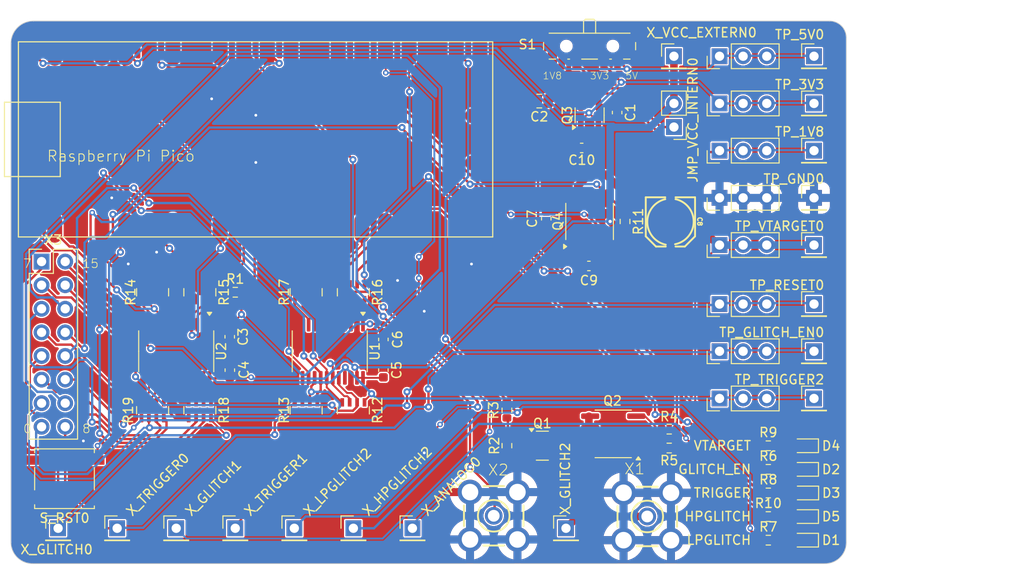
<source format=kicad_pcb>
(kicad_pcb (version 20240108) (generator "pcbnew") (generator_version "8.0")
  (layers (0 "F.Cu" signal) (31 "B.Cu" signal) (34 "B.Paste" user) (35 "F.Paste" user) (36 "B.SilkS" user "B.Silkscreen") (37 "F.SilkS" user "F.Silkscreen") (38 "B.Mask" user) (39 "F.Mask" user) (44 "Edge.Cuts" user))
  (net 0 "")
  (net 1 "+5V")
  (net 2 "+3V3")
  (net 3 "GND")
  (net 4 "VCC")
  (net 5 "Net-(Q3-NC{slash}FB)")
  (net 6 "/+1V8")
  (net 7 "/VTARGET")
  (net 8 "/JVCC")
  (net 9 "/VTARGET_OC")
  (net 10 "/VTARGET_EN")
  (net 11 "/GP6")
  (net 12 "/ANALOG")
  (net 13 "/GP14")
  (net 14 "/GP0")
  (net 15 "/GP5")
  (net 16 "/LPGLITCH2")
  (net 17 "/GP10")
  (net 21 "/GP2")
  (net 22 "/GP1")
  (net 23 "/GP9")
  (net 24 "/HPGLITCH2")
  (net 27 "/GP15")
  (net 28 "/GP7")
  (net 29 "/GP12")
  (net 31 "/GP13")
  (net 33 "/GP11")
  (net 34 "/GP4")
  (net 35 "Net-(PICO0-PadRUN)")
  (net 36 "/GP3")
  (net 37 "/GP8")
  (net 38 "Net-(Q1-D)")
  (net 39 "Net-(Q1-G)")
  (net 40 "Net-(Q2-G)")
  (net 41 "Net-(U2-DIR)")
  (net 42 "Net-(U1-B4)")
  (net 43 "Net-(U1-B2)")
  (net 44 "Net-(U1-B3)")
  (net 45 "Net-(U1-B8)")
  (net 46 "Net-(U1-B6)")
  (net 47 "Net-(U1-B7)")
  (net 48 "Net-(U1-B5)")
  (net 49 "Net-(U1-A4)")
  (net 50 "Net-(U1-A2)")
  (net 51 "Net-(U1-A1)")
  (net 52 "Net-(U1-A3)")
  (net 53 "Net-(U1-A8)")
  (net 54 "Net-(U1-A7)")
  (net 55 "Net-(U1-A5)")
  (net 56 "Net-(U1-A6)")
  (net 57 "Net-(U2-B2)")
  (net 58 "Net-(U2-B3)")
  (net 59 "Net-(U2-B1)")
  (net 60 "Net-(U2-B4)")
  (net 61 "Net-(U2-B8)")
  (net 62 "Net-(U2-B7)")
  (net 63 "Net-(U2-B5)")
  (net 64 "Net-(U2-B6)")
  (net 65 "Net-(D1-A)")
  (net 66 "Net-(D2-A)")
  (net 67 "Net-(D3-A)")
  (net 68 "Net-(D4-A)")
  (net 69 "Net-(D5-A)")
  (net 70 "Net-(X_GLITCH1-Pin_1)")
  (net 71 "Net-(X_TRIGGER1-Pin_1)")
  (net 72 "Net-(TP_TRIGGER2-Pin_1)")
  (net 73 "Net-(TP_RESET0-Pin_1)")
  (net 74 "Net-(TP_GLITCH_EN0-Pin_1)")
  (net 75 "Net-(X3-Pin_5)")
  (net 76 "Net-(X3-Pin_7)")
  (net 77 "Net-(X3-Pin_3)")
  (net 78 "Net-(X3-Pin_1)")
  (net 79 "Net-(X3-Pin_9)")
  (net 80 "Net-(X3-Pin_11)")
  (footprint "Resistor_SMD:R_0603_1608Metric" (layer "F.Cu") (at 185.0271 131.6794)
    (property "Reference" "R7")
    (property "Value" "150")
  )
  (footprint "Package_SO:SOIC-8_3.9x4.9mm_P1.27mm" (layer "F.Cu") (at 168.3511 120.2386 180)
    (property "Reference" "Q2")
    (property "Value" "IRF7807PBF")
  )
  (footprint "Capacitor_SMD:C_0603_1608Metric" (layer "F.Cu") (at 164.9611 89.4686)
    (property "Reference" "C10")
    (property "Value" "0.1uF")
  )
  (footprint "LED_SMD:LED_0603_1608Metric" (layer "F.Cu") (at 188.936 121.5194 180)
    (property "Reference" "D4")
    (property "Value" "LED_RED_TARGET_POWER")
  )
  (footprint "Package_TO_SOT_SMD:SOT-23" (layer "F.Cu") (at 160.7311 121.5086)
    (property "Reference" "Q1")
    (property "Value" "IRLML2502")
  )
  (footprint "Resistor_SMD:R_Array_Concave_4x0603" (layer "F.Cu") (at 123.9011 117.6986 -90)
    (property "Reference" "R18")
    (property "Value" "100")
  )
  (footprint "Connector_PinHeader_2.54mm:PinHeader_1x03_P2.54mm_Vertical" (layer "F.Cu") (at 179.7811 79.5986 90)
    (property "Reference" "X_5V0" (hide yes))
    (property "Value" "PINHDR_3X1" (hide yes))
  )
  (footprint "Resistor_SMD:R_0603_1608Metric" (layer "F.Cu") (at 185.0271 126.5994)
    (property "Reference" "R8")
    (property "Value" "150")
  )
  (footprint "Resistor_SMD:R_0603_1608Metric" (layer "F.Cu") (at 169.6211 97.3786 -90)
    (property "Reference" "R11")
    (property "Value" "10K")
  )
  (footprint "Connector_PinHeader_2.54mm:PinHeader_1x01_P2.54mm_Vertical" (layer "F.Cu") (at 189.9411 99.9186)
    (property "Reference" "TP_VTARGET0")
    (property "Value" "PINHDR_1X1")
  )
  (footprint "Resistor_SMD:R_0603_1608Metric" (layer "F.Cu") (at 156.9211 121.5086 -90)
    (property "Reference" "R2")
    (property "Value" "10K")
  )
  (footprint "Resistor_SMD:R_Array_Concave_4x0603" (layer "F.Cu") (at 135.3311 117.6986 -90)
    (property "Reference" "R13")
    (property "Value" "10k")
  )
  (footprint "Connector_PinHeader_2.54mm:PinHeader_1x01_P2.54mm_Vertical" (layer "F.Cu") (at 189.9411 116.4286)
    (property "Reference" "TP_TRIGGER2")
    (property "Value" "PINHDR_1X1")
  )
  (footprint "Connector_PinHeader_2.54mm:PinHeader_1x01_P2.54mm_Vertical" (layer "F.Cu") (at 174.8791 79.5986)
    (property "Reference" "X_VCC_EXTERN0")
    (property "Value" "PINHDR_1X1")
  )
  (footprint "Connector_PinHeader_2.54mm:PinHeader_1x01_P2.54mm_Vertical" (layer "F.Cu") (at 134.0611 130.3986)
    (property "Reference" "X_LPGLITCH2")
    (property "Value" "PINHDR_1X1")
  )
  (footprint "Connector_PinHeader_2.54mm:PinHeader_1x03_P2.54mm_Vertical" (layer "F.Cu") (at 179.7811 99.9186 90)
    (property "Reference" "X_VTARGET0" (hide yes))
    (property "Value" "PINHDR_3X1")
  )
  (footprint "Connector_PinHeader_2.54mm:PinHeader_1x01_P2.54mm_Vertical" (layer "F.Cu") (at 189.9411 94.8386)
    (property "Reference" "TP_GND0")
    (property "Value" "PINHDR_1X1")
  )
  (footprint "Connector_PinHeader_2.54mm:PinHeader_1x01_P2.54mm_Vertical" (layer "F.Cu") (at 146.7611 130.3986)
    (property "Reference" "X_ANALOG0")
    (property "Value" "PINHDR_1X1")
  )
  (footprint "Connector_PinHeader_2.54mm:PinHeader_1x01_P2.54mm_Vertical" (layer "F.Cu") (at 189.9411 89.7586)
    (property "Reference" "TP_1V8")
    (property "Value" "PINHDR_1X1")
  )
  (footprint "Connector_PinHeader_2.54mm:PinHeader_1x01_P2.54mm_Vertical" (layer "F.Cu") (at 189.9411 84.6786)
    (property "Reference" "TP_3V3")
    (property "Value" "PINHDR_1X1")
  )
  (footprint "Resistor_SMD:R_0603_1608Metric" (layer "F.Cu") (at 185.0271 124.0594)
    (property "Reference" "R6")
    (property "Value" "150")
  )
  (footprint "Button_Switch_SMD:SW_Push_1P1T_NO_CK_KSC7xxJ" (layer "F.Cu") (at 109.3471 125.0646)
    (property "Reference" "S_RST0")
    (property "Value" "SW_Push_Shielded")
  )
  (footprint "Connector_PinHeader_2.54mm:PinHeader_2x08_P2.54mm_Vertical" (layer "F.Cu") (at 106.883106 101.6966)
    (property "Reference" "X3")
    (property "Value" "M08X2")
  )
  (footprint "Connector_PinHeader_2.54mm:PinHeader_1x01_P2.54mm_Vertical" (layer "F.Cu") (at 127.7111 130.3986)
    (property "Reference" "X_TRIGGER1")
    (property "Value" "PINHDR_1X1")
  )
  (footprint "pico-glitcher:BU-SMA" (layer "F.Cu") (at 155.5017 129.0552)
    (property "Reference" "X2")
    (property "Value" "BU-SMA")
  )
  (footprint "Package_SO:TSSOP-24_4.4x7.8mm_P0.65mm" (layer "F.Cu") (at 137.8711 111.3486 -90)
    (property "Reference" "U1")
    (property "Value" "NH245")
  )
  (footprint "Resistor_SMD:R_Array_Concave_4x0603" (layer "F.Cu") (at 118.8211 117.6986 -90)
    (property "Reference" "R19")
    (property "Value" "100")
  )
  (footprint "Package_SO:TSSOP-24_4.4x7.8mm_P0.65mm" (layer "F.Cu") (at 121.3611 111.3486 -90)
    (property "Reference" "U2")
    (property "Value" "NH245")
  )
  (footprint "Capacitor_SMD:C_0603_1608Metric" (layer "F.Cu") (at 161.1511 97.0886 -90)
    (property "Reference" "C7")
    (property "Value" "0.1uF")
  )
  (footprint "Connector_PinHeader_2.54mm:PinHeader_1x01_P2.54mm_Vertical" (layer "F.Cu") (at 115.0111 130.3986)
    (property "Reference" "X_TRIGGER0")
    (property "Value" "PINHDR_1X1")
  )
  (footprint "Connector_PinHeader_2.54mm:PinHeader_1x03_P2.54mm_Vertical" (layer "F.Cu") (at 179.7811 106.2686 90)
    (property "Reference" "X_RESET0" (hide yes))
    (property "Value" "PINHDR_3X1" (hide yes))
  )
  (footprint "Capacitor_SMD:C_0603_1608Metric" (layer "F.Cu") (at 127.1151 109.7886 -90)
    (property "Reference" "C3")
    (property "Value" "0.1uF")
  )
  (footprint "Package_TO_SOT_SMD:SOT-23-5" (layer "F.Cu") (at 165.8111 85.9486 90)
    (property "Reference" "Q3")
    (property "Value" "TPS 79318")
  )
  (footprint "Resistor_SMD:R_Array_Concave_4x0603" (layer "F.Cu") (at 135.3311 104.9986 -90)
    (property "Reference" "R17")
    (property "Value" "100")
  )
  (footprint "pico-glitcher:BU-SMA" (layer "F.Cu") (at 172.0117 129.1286)
    (property "Reference" "X1")
    (property "Value" "BU-SMA")
  )
  (footprint "Connector_PinHeader_2.54mm:PinHeader_1x02_P2.54mm_Vertical" (layer "F.Cu") (at 174.8791 87.2186 180)
    (property "Reference" "JMP_VCC_INTERN0")
    (property "Value" "JMP_VCC_INTERN")
  )
  (footprint "Capacitor_SMD:C_0603_1608Metric" (layer "F.Cu") (at 143.6371 113.3806 -90)
    (property "Reference" "C5")
    (property "Value" "0.1uF")
  )
  (footprint "Button_Switch_SMD:SW_SP3T_PCM13" (layer "F.Cu") (at 165.8111 78.8366 180)
    (property "Reference" "S1")
    (property "Value" "Micro Slide Switch")
  )
  (footprint "Resistor_SMD:R_0603_1608Metric" (layer "F.Cu") (at 185.0271 129.1394)
    (property "Reference" "R10")
    (property "Value" "150")
  )
  (footprint "Connector_PinHeader_2.54mm:PinHeader_1x01_P2.54mm_Vertical" (layer "F.Cu") (at 189.9411 106.2686)
    (property "Reference" "TP_RESET0")
    (property "Value" "PINHDR_1X1")
  )
  (footprint "LED_SMD:LED_0603_1608Metric" (layer "F.Cu") (at 188.936 129.1394 180)
    (property "Reference" "D5")
    (property "Value" "LED_RED_HPGLITCH")
  )
  (footprint "Resistor_SMD:R_0603_1608Metric" (layer "F.Cu") (at 127.7111 104.9986)
    (property "Reference" "R1")
    (property "Value" "10K")
  )
  (footprint "Connector_PinHeader_2.54mm:PinHeader_1x03_P2.54mm_Vertical" (layer "F.Cu") (at 179.7811 111.3486 90)
    (property "Reference" "X_GLITCH_EN0" (hide yes))
    (property "Value" "PINHDR_3X1" (hide yes))
  )
  (footprint "Capacitor_SMD:C_0603_1608Metric" (layer "F.Cu") (at 143.6371 110.0786 -90)
    (property "Reference" "C6")
    (property "Value" "0.1uF")
  )
  (footprint "Resistor_SMD:R_Array_Concave_4x0603" (layer "F.Cu") (at 123.9011 104.9986 -90)
    (property "Reference" "R15")
    (property "Value" "10k")
  )
  (footprint "Capacitor_SMD:C_0603_1608Metric" (layer "F.Cu") (at 168.7711 85.6586 -90)
    (property "Reference" "C1")
    (property "Value" "10nF")
  )
  (footprint "LED_SMD:LED_0603_1608Metric" (layer "F.Cu") (at 188.936 124.0594 180)
    (property "Reference" "D2")
    (property "Value" "LED_BLUE_GLITCH_EN")
  )
  (footprint "pico-glitcher:RPI_PICO" (layer "F.Cu") (at 129.892725 88.546 90)
    (property "Reference" "PICO0" (hide yes))
    (property "Value" "Raspberry Pi" (hide yes))
  )
  (footprint "Connector_PinHeader_2.54mm:PinHeader_1x01_P2.54mm_Vertical" (layer "F.Cu") (at 140.4111 130.3986)
    (property "Reference" "X_HPGLITCH2")
    (property "Value" "PINHDR_1X1")
  )
  (footprint "Connector_PinHeader_2.54mm:PinHeader_1x03_P2.54mm_Vertical" (layer "F.Cu") (at 179.7811 116.4286 90)
    (property "Reference" "X_TRIGGER2" (hide yes))
    (property "Value" "PINHDR_3X1" (hide yes))
  )
  (footprint "Capacitor_SMD:C_0603_1608Metric" (layer "F.Cu") (at 127.1271 113.3806 -90)
    (property "Reference" "C4")
    (property "Value" "0.1uF")
  )
  (footprint "Capacitor_SMD:C_0603_1608Metric" (layer "F.Cu") (at 165.7351 102.1686)
    (property "Reference" "C9")
    (property "Value" "0.1uF")
  )
  (footprint "Connector_PinHeader_2.54mm:PinHeader_1x01_P2.54mm_Vertical" (layer "F.Cu") (at 189.9411 111.3486)
    (property "Reference" "TP_GLITCH_EN0")
    (property "Value" "PINHDR_1X1")
  )
  (footprint "Resistor_SMD:R_Array_Concave_4x0603" (layer "F.Cu") (at 140.4111 117.6986 -90)
    (property "Reference" "R12")
    (property "Value" "10k")
  )
  (footprint "Connector_PinHeader_2.54mm:PinHeader_1x03_P2.54mm_Vertical" (layer "F.Cu") (at 179.7811 94.8386 90)
    (property "Reference" "X_GND0" (hide yes))
    (property "Value" "PINHDR_3X1")
  )
  (footprint "Connector_PinHeader_2.54mm:PinHeader_1x01_P2.54mm_Vertical" (layer "F.Cu") (at 108.6611 130.3986)
    (property "Reference" "X_GLITCH0")
    (property "Value" "PINHDR_1X1")
  )
  (footprint "pico-glitcher:PANASONIC_C" (layer "F.Cu") (at 174.7011 97.3786 -90)
    (property "Reference" "C8")
    (property "Value" "22uF")
  )
  (footprint "LED_SMD:LED_0603_1608Metric" (layer "F.Cu") (at 188.936 131.6794 180)
    (property "Reference" "D1")
    (property "Value" "LED_RED_LPGLITCH")
  )
  (footprint "Connector_PinHeader_2.54mm:PinHeader_1x01_P2.54mm_Vertical" (layer "F.Cu") (at 189.9411 79.5986)
    (property "Reference" "TP_5V0")
    (property "Value" "M01PTH")
  )
  (footprint "LED_SMD:LED_0603_1608Metric" (layer "F.Cu") (at 188.9506 126.5994 180)
    (property "Reference" "D3")
    (property "Value" "LED_BLUE_TRIGGER2")
  )
  (footprint "Connector_PinHeader_2.54mm:PinHeader_1x03_P2.54mm_Vertical" (layer "F.Cu") (at 179.7811 89.7586 90)
    (property "Reference" "X_1V8" (hide yes))
    (property "Value" "PINHDR_3X1" (hide yes))
  )
  (footprint "Resistor_SMD:R_0603_1608Metric" (layer "F.Cu") (at 174.3711 119.7306 180)
    (property "Reference" "R4")
    (property "Value" "1R")
  )
  (footprint "Package_SO:SOIC-8_3.9x4.9mm_P1.27mm" (layer "F.Cu") (at 165.8111 97.3786 90)
    (property "Reference" "Q4")
    (property "Value" "TPS2041")
  )
  (footprint "Connector_PinHeader_2.54mm:PinHeader_1x03_P2.54mm_Vertical" (layer "F.Cu") (at 179.7811 84.6786 90)
    (property "Reference" "X_3V3" (hide yes))
    (property "Value" "PINHDR_3X1" (hide yes))
  )
  (footprint "Capacitor_SMD:C_0805_2012Metric" (layer "F.Cu") (at 160.4011 84.4246 180)
    (property "Reference" "C2")
    (property "Value" "2.2u")
  )
  (footprint "Resistor_SMD:R_0603_1608Metric" (layer "F.Cu") (at 156.9211 117.6986 90)
    (property "Reference" "R3")
    (property "Value" "1R")
  )
  (footprint "Resistor_SMD:R_Array_Concave_4x0603" (layer "F.Cu") (at 118.8211 104.9986 -90)
    (property "Reference" "R14")
    (property "Value" "10k")
  )
  (footprint "Resistor_SMD:R_0603_1608Metric" (layer "F.Cu") (at 174.3711 121.7626 180)
    (property "Reference" "R5")
    (property "Value" "10K")
  )
  (footprint "Resistor_SMD:R_Array_Concave_4x0603" (layer "F.Cu") (at 140.4111 104.9986 -90)
    (property "Reference" "R16")
    (property "Value" "100")
  )
  (footprint "Resistor_SMD:R_0603_1608Metric" (layer "F.Cu") (at 185.0271 121.5194)
    (property "Reference" "R9")
    (property "Value" "220")
  )
  (footprint "Connector_PinHeader_2.54mm:PinHeader_1x01_P2.54mm_Vertical" (layer "F.Cu") (at 121.3611 130.3986)
    (property "Reference" "X_GLITCH1")
    (property "Value" "PINHDR_1X1")
  )
  (footprint "Connector_PinHeader_2.54mm:PinHeader_1x01_P2.54mm_Vertical" (layer "F.Cu") (at 163.2711 130.3986)
    (property "Reference" "X_GLITCH2")
    (property "Value" "PINHDR_1X1")
  )
  (gr_arc (start 193.4211 131.9226) (mid 192.751546 133.539046) (end 191.1351 134.2086) (stroke (width 0.0762)) (layer "Edge.Cuts"))
  (gr_arc (start 191.617959 75.7986) (mid 192.892972 76.326728) (end 193.4211 77.601741) (stroke (width 0.0762)) (layer "Edge.Cuts"))
  (gr_line (start 193.4211 77.601741) (end 193.4211 131.9226) (stroke (width 0.0762)) (layer "Edge.Cuts"))
  (gr_line (start 106.00669 75.7986) (end 191.617959 75.7986) (stroke (width 0.0762)) (layer "Edge.Cuts"))
  (gr_arc (start 103.5811 78.224191) (mid 104.291538 76.50904) (end 106.006689 75.7986) (stroke (width 0.0762)) (layer "Edge.Cuts"))
  (gr_arc (start 105.897953 134.2086) (mid 104.259691 133.530009) (end 103.5811 131.891747) (stroke (width 0.0762)) (layer "Edge.Cuts"))
  (gr_line (start 103.5811 131.891747) (end 103.5811 78.224191) (stroke (width 0.0762)) (layer "Edge.Cuts"))
  (gr_line (start 191.1351 134.2086) (end 105.897953 134.2086) (stroke (width 0.0762)) (layer "Edge.Cuts"))
  (gr_text "1V8" (at 160.7311 82.1386 0) (layer "F.SilkS") (effects (font (size 0.747776 0.747776) (thickness 0.065024)) (justify left bottom)))
  (gr_text "5V" (at 169.6211 82.1386 0) (layer "F.SilkS") (effects (font (size 0.747776 0.747776) (thickness 0.065024)) (justify left bottom)))
  (gr_text "GLITCH_EN" (at 183.2611 124.0486 0) (layer "F.SilkS") (effects (font (size 1 1)) (justify right)))
  (gr_text "15" (at 111.2011 102.4586 0) (layer "F.SilkS") (effects (font (size 0.93472 0.93472) (thickness 0.08128)) (justify left bottom)))
  (gr_text "Raspberry Pi Pico" (at 107.3911 91.0286 0) (layer "F.SilkS") (effects (font (size 1.1684 1.1684) (thickness 0.1016)) (justify left bottom)))
  (gr_text "7" (at 104.8511 102.4586 0) (layer "F.SilkS") (effects (font (size 0.93472 0.93472) (thickness 0.08128)) (justify left bottom)))
  (gr_text "VTARGET" (at 183.2611 121.5086 0) (layer "F.SilkS") (effects (font (size 1 1)) (justify right)))
  (gr_text "3V3" (at 165.8111 82.1386 0) (layer "F.SilkS") (effects (font (size 0.747776 0.747776) (thickness 0.065024)) (justify left bottom)))
  (gr_text "8" (at 111.2011 120.2386 0) (layer "F.SilkS") (effects (font (size 0.93472 0.93472) (thickness 0.08128)) (justify left bottom)))
  (gr_text "TRIGGER" (at 183.2611 126.5886 0) (layer "F.SilkS") (effects (font (size 1 1)) (justify right)))
  (gr_text "0" (at 104.8511 120.2386 0) (layer "F.SilkS") (effects (font (size 0.93472 0.93472) (thickness 0.08128)) (justify left bottom)))
  (gr_text "HPGLITCH" (at 183.2611 129.1286 0) (layer "F.SilkS") (effects (font (size 1 1)) (justify right)))
  (gr_text "LPGLITCH" (at 183.2611 131.6686 0) (layer "F.SilkS") (effects (font (size 1 1)) (justify right)))
  (segment (start 105.8163 79.1414) (end 105.762725 79.021) (width 0.254) (layer "F.Cu") (net 1))
  (segment (start 169.8243 80.9702) (end 169.0115 80.1574) (width 0.254) (layer "F.Cu") (net 1))
  (segment (start 169.0115 80.1574) (end 168.8111 80.3186) (width 0.254) (layer "F.Cu") (net 1))
  (segment (start 107.0355 80.3606) (end 105.8163 79.1414) (width 0.254) (layer "F.Cu") (net 1))
  (via (at 169.8243 80.9702) (size 0.7564) (drill 0.35) (layers "F.Cu" "B.Cu") (net 1))
  (via (at 107.0355 80.3606) (size 0.7564) (drill 0.35) (layers "F.Cu" "B.Cu") (net 1))
  (segment (start 184.8611 79.5478) (end 182.4227 79.5478) (width 0.254) (layer "B.Cu") (net 1))
  (segment (start 182.2195 79.5478) (end 182.3211 79.5986) (width 0.254) (layer "B.Cu") (net 1))
  (segment (start 179.7811 79.5478) (end 179.7811 79.5986) (width 0.254) (layer "B.Cu") (net 1))
  (segment (start 163.3219 80.9702) (end 160.6803 78.3286) (width 0.254) (layer "B.Cu") (net 1))
  (segment (start 179.7811 79.751) (end 178.5619 80.9702) (width 0.254) (layer "B.Cu") (net 1))
  (segment (start 179.7811 79.5478) (end 182.2195 79.5478) (width 0.254) (layer "B.Cu") (net 1))
  (segment (start 184.8611 79.5478) (end 184.8611 79.5986) (width 0.254) (layer "B.Cu") (net 1))
  (segment (start 169.8243 80.9702) (end 163.3219 80.9702) (width 0.254) (layer "B.Cu") (net 1))
  (segment (start 118.2115 78.3286) (end 116.1795 80.3606) (width 0.254) (layer "B.Cu") (net 1))
  (segment (start 178.5619 80.9702) (end 169.8243 80.9702) (width 0.254) (layer "B.Cu") (net 1))
  (segment (start 116.1795 80.3606) (end 107.0355 80.3606) (width 0.254) (layer "B.Cu") (net 1))
  (segment (start 179.7811 79.751) (end 179.7811 79.5986) (width 0.254) (layer "B.Cu") (net 1))
  (segment (start 182.4227 79.5478) (end 182.3211 79.5986) (width 0.254) (layer "B.Cu") (net 1))
  (segment (start 184.8611 79.5478) (end 189.9411 79.5478) (width 0.254) (layer "B.Cu") (net 1))
  (segment (start 160.6803 78.3286) (end 118.2115 78.3286) (width 0.254) (layer "B.Cu") (net 1))
  (segment (start 189.9411 79.5478) (end 189.9411 79.5986) (width 0.254) (layer "B.Cu") (net 1))
  (segment (start 128.5747 104.9478) (end 129.7939 103.7286) (width 0.254) (layer "F.Cu") (net 2))
  (segment (start 126.5323 108.4308) (end 127.1151 109.0136) (width 0.254) (layer "F.Cu") (net 2))
  (segment (start 142.1891 108.4022) (end 141.5795 108.4022) (width 0.254) (layer "F.Cu") (net 2))
  (segment (start 129.7939 103.7286) (end 129.7939 96.8198) (width 0.254) (layer "F.Cu") (net 2))
  (segment (start 164.8611 86.5686) (end 165.7351 85.6946) (width 0.2) (layer "F.Cu") (net 2))
  (segment (start 127.2031 108.8086) (end 127.1151 108.9386) (width 0.254) (layer "F.Cu") (net 2))
  (segment (start 128.5747 104.9478) (end 128.5611 104.9986) (width 0.254) (layer "F.Cu") (net 2))
  (segment (start 167.1827 80.3606) (end 167.3111 80.3186) (width 0.254) (layer "F.Cu") (net 2))
  (segment (start 169.2147 82.3926) (end 167.1827 80.3606) (width 0.254) (layer "F.Cu") (net 2))
  (segment (start 166.7611 87.0861) (end 166.7611 86.7206) (width 0.2) (layer "F.Cu") (net 2))
  (segment (start 115.7731 82.799) (end 115.7731 79.1414) (width 0.254) (layer "F.Cu") (net 2))
  (segment (start 164.8611 87.0861) (end 164.8611 86.5686) (width 0.2) (layer "F.Cu") (net 2))
  (segment (start 115.9763 79.1414) (end 115.922725 79.021) (width 0.254) (layer "F.Cu") (net 2))
  (segment (start 124.9361 108.4308) (end 126.5323 108.4308) (width 0.254) (layer "F.Cu") (net 2))
  (segment (start 164.8611 88.7186) (end 164.1111 89.4686) (width 0.254) (layer "F.Cu") (net 2))
  (segment (start 129.7939 96.8198) (end 115.7731 82.799) (width 0.254) (layer "F.Cu") (net 2))
  (segment (start 127.1151 108.6426) (end 128.3715 107.3862) (width 0.2) (layer "F.Cu") (net 2))
  (segment (start 127.1151 109.0136) (end 127.1151 108.6426) (width 0.2) (layer "F.Cu") (net 2))
  (segment (start 126.9999 109.0118) (end 127.1151 108.9386) (width 0.254) (layer "F.Cu") (net 2))
  (segment (start 115.9763 79.1414) (end 117.1955 80.3606) (width 0.254) (layer "F.Cu") (net 2))
  (segment (start 115.7731 79.1414) (end 115.922725 79.021) (width 0.254) (layer "F.Cu") (net 2))
  (segment (start 128.3715 105.151) (end 128.5611 104.9986) (width 0.254) (layer "F.Cu") (net 2))
  (segment (start 166.7611 86.7206) (end 165.7351 85.6946) (width 0.2) (layer "F.Cu") (net 2))
  (segment (start 128.3715 107.3862) (end 128.3715 105.151) (width 0.254) (layer "F.Cu") (net 2))
  (segment (start 142.7357 108.4022) (end 143.6371 109.3036) (width 0.254) (layer "F.Cu") (net 2))
  (segment (start 142.1891 108.4022) (end 142.7357 108.4022) (width 0.254) (layer "F.Cu") (net 2))
  (segment (start 141.5795 108.4022) (end 141.4461 108.4308) (width 0.254) (layer "F.Cu") (net 2))
  (segment (start 164.8611 87.2486) (end 164.8611 88.7186) (width 0.254) (layer "F.Cu") (net 2))
  (via (at 128.3715 107.3862) (size 0.7564) (drill 0.35) (layers "F.Cu" "B.Cu") (net 2))
  (via (at 142.1891 108.4022) (size 0.7564) (drill 0.35) (layers "F.Cu" "B.Cu") (net 2))
  (via (at 169.2147 82.3926) (size 0.7564) (drill 0.35) (layers "F.Cu" "B.Cu") (net 2))
  (via (at 117.1955 80.3606) (size 0.7564) (drill 0.35) (layers "F.Cu" "B.Cu") (net 2))
  (via (at 165.7351 85.6946) (size 0.7564) (drill 0.35) (layers "F.Cu" "B.Cu") (net 2))
  (segment (start 179.7811 84.6278) (end 179.7811 84.6786) (width 0.254) (layer "B.Cu") (net 2))
  (segment (start 155.8035 78.735) (end 162.7123 85.6438) (width 0.254) (layer "B.Cu") (net 2))
  (segment (start 162.7123 85.6438) (end 165.9635 85.6438) (width 0.254) (layer "B.Cu") (net 2))
  (segment (start 177.5459 82.3926) (end 169.2147 82.3926) (width 0.254) (layer "B.Cu") (net 2))
  (segment (start 184.8611 84.6278) (end 182.4227 84.6278) (width 0.254) (layer "B.Cu") (net 2))
  (segment (start 117.1955 80.3606) (end 118.8211 78.735) (width 0.254) (layer "B.Cu") (net 2))
  (segment (start 135.2803 113.8886) (end 140.7667 108.4022) (width 0.254) (layer "B.Cu") (net 2))
  (segment (start 182.4227 84.6278) (end 182.3211 84.6786) (width 0.254) (layer "B.Cu") (net 2))
  (segment (start 140.7667 108.4022) (end 142.1891 108.4022) (width 0.254) (layer "B.Cu") (net 2))
  (segment (start 128.3715 107.3862) (end 134.8739 113.8886) (width 0.254) (layer "B.Cu") (net 2))
  (segment (start 169.2147 82.3926) (end 165.9635 85.6438) (width 0.254) (layer "B.Cu") (net 2))
  (segment (start 182.3211 84.6786) (end 179.7811 84.6786) (width 0.254) (layer "B.Cu") (net 2))
  (segment (start 134.8739 113.8886) (end 135.2803 113.8886) (width 0.254) (layer "B.Cu") (net 2))
  (segment (start 179.7811 84.6278) (end 177.5459 82.3926) (width 0.254) (layer "B.Cu") (net 2))
  (segment (start 118.8211 78.735) (end 155.8035 78.735) (width 0.254) (layer "B.Cu") (net 2))
  (segment (start 184.8611 84.6278) (end 184.8611 84.6786) (width 0.254) (layer "B.Cu") (net 2))
  (segment (start 189.9411 84.6278) (end 189.9411 84.6786) (width 0.254) (layer "B.Cu") (net 2))
  (segment (start 182.2195 84.6278) (end 182.3211 84.6786) (width 0.254) (layer "B.Cu") (net 2))
  (segment (start 184.8611 84.6278) (end 189.9411 84.6278) (width 0.254) (layer "B.Cu") (net 2))
  (segment (start 174.7011 126.487) (end 174.5616 126.5787) (width 0.254) (layer "F.Cu") (net 3))
  (segment (start 165.7603 89.5046) (end 165.8111 89.4686) (width 0.254) (layer "F.Cu") (net 3))
  (segment (start 158.2419 126.487) (end 158.0516 126.5053) (width 0.254) (layer "F.Cu") (net 3))
  (segment (start 174.7011 126.0806) (end 174.7011 126.487) (width 0.254) (layer "F.Cu") (net 3))
  (via (at 111.3791 121.0006) (size 0.6) (drill 0.3) (layers "F.Cu" "B.Cu") (net 3))
  (via (at 129.9211 91.0286) (size 0.6) (drill 0.3) (layers "F.Cu" "B.Cu") (net 3))
  (via (at 148.0311 122.2814) (size 0.6) (drill 0.3) (layers "F.Cu" "B.Cu") (net 3))
  (via (at 116.2051 101.9506) (size 0.6) (drill 0.3) (layers "F.Cu" "B.Cu") (net 3))
  (via (at 125.1711 84.1814) (size 0.6) (drill 0.3) (layers "F.Cu" "B.Cu") (net 3))
  (via (at 145.1611 103.7286) (size 0.6) (drill 0.3) (layers "F.Cu" "B.Cu") (net 3))
  (via (at 114.4271 94.8386) (size 0.6) (drill 0.3) (layers "F.Cu" "B.Cu") (net 3))
  (via (at 119.2531 100.6806) (size 0.6) (drill 0.3) (layers "F.Cu" "B.Cu") (net 3))
  (via (at 148.0311 107.0414) (size 0.6) (drill 0.3) (layers "F.Cu" "B.Cu") (net 3))
  (via (at 153.1111 101.9614) (size 0.6) (drill 0.3) (layers "F.Cu" "B.Cu") (net 3))
  (via (at 129.9211 85.9486) (size 0.6) (drill 0.3) (layers "F.Cu" "B.Cu") (net 3))
  (segment (start 169.6211 131.567) (end 174.4979 131.567) (width 0.254) (layer "B.Cu") (net 3))
  (segment (start 158.0387 126.6902) (end 158.0387 131.567) (width 0.254) (layer "B.Cu") (net 3))
  (segment (start 169.4179 126.6902) (end 169.4618 126.5787) (width 0.254) (layer "B.Cu") (net 3))
  (segment (start 174.4979 126.487) (end 174.5616 126.5787) (width 0.254) (layer "B.Cu") (net 3))
  (segment (start 169.6211 126.487) (end 174.4979 126.487) (width 0.254) (layer "B.Cu") (net 3))
  (segment (start 169.4179 131.567) (end 169.4618 131.6785) (width 0.254) (layer "B.Cu") (net 3))
  (segment (start 169.4179 131.7702) (end 158.2419 131.7702) (width 0.254) (layer "B.Cu") (net 3))
  (segment (start 169.6211 131.567) (end 169.4618 131.6785) (width 0.254) (layer "B.Cu") (net 3))
  (segment (start 169.6211 126.487) (end 169.4618 126.5787) (width 0.254) (layer "B.Cu") (net 3))
  (segment (start 174.4979 131.567) (end 174.5616 131.6785) (width 0.254) (layer "B.Cu") (net 3))
  (segment (start 152.9587 131.567) (end 152.9518 131.6051) (width 0.254) (layer "B.Cu") (net 3))
  (segment (start 169.4179 131.7702) (end 169.4618 131.6785) (width 0.254) (layer "B.Cu") (net 3))
  (segment (start 152.9587 126.6902) (end 152.9587 131.567) (width 0.254) (layer "B.Cu") (net 3))
  (segment (start 158.0387 131.567) (end 158.0516 131.6051) (width 0.254) (layer "B.Cu") (net 3))
  (segment (start 158.0387 131.567) (end 152.9587 131.567) (width 0.254) (layer "B.Cu") (net 3))
  (segment (start 152.9587 126.6902) (end 152.9518 126.5053) (width 0.254) (layer "B.Cu") (net 3))
  (segment (start 158.0387 126.6902) (end 158.0516 126.5053) (width 0.254) (layer "B.Cu") (net 3))
  (segment (start 169.4179 126.6902) (end 169.4179 131.567) (width 0.254) (layer "B.Cu") (net 3))
  (segment (start 158.2419 131.7702) (end 158.0516 131.6051) (width 0.254) (layer "B.Cu") (net 3))
  (segment (start 140.7961 114.2111) (end 140.7961 113.3084) (width 0.2) (layer "F.Cu") (net 4))
  (segment (start 126.9999 114.0918) (end 127.1151 114.0186) (width 0.254) (layer "F.Cu") (net 4))
  (segment (start 169.6211 98.2036) (end 168.8461 98.2036) (width 0.8128) (layer "F.Cu") (net 4))
  (segment (start 166.4461 100.1786) (end 165.1761 100.1786) (width 0.8128) (layer "F.Cu") (net 4))
  (segment (start 119.8371 80.5638) (end 118.4147 79.1414) (width 0.254) (layer "F.Cu") (net 4))
  (segment (start 169.6211 101.1886) (end 169.6211 98.2036) (width 0.8128) (layer "F.Cu") (net 4))
  (segment (start 140.7961 114.2111) (end 143.5816 114.2111) (width 0.2) (layer "F.Cu") (net 4))
  (segment (start 143.5816 114.2111) (end 143.6371 114.1556) (width 0.2) (layer "F.Cu") (net 4))
  (segment (start 169.6211 101.1886) (end 168.6411 102.1686) (width 0.8128) (layer "F.Cu") (net 4))
  (segment (start 166.5101 100.2426) (end 166.4461 100.1786) (width 0.8128) (layer "F.Cu") (net 4))
  (segment (start 166.5101 102.1686) (end 166.5101 100.2426) (width 0.8128) (layer "F.Cu") (net 4))
  (segment (start 126.8731 114.1556) (end 129.4001 114.1556) (width 0.2) (layer "F.Cu") (net 4))
  (segment (start 168.8461 98.2036) (end 168.0211 97.3786) (width 0.8128) (layer "F.Cu") (net 4))
  (segment (start 174.8791 84.6786) (end 174.8791 79.5986) (width 0.8128) (layer "F.Cu") (net 4))
  (segment (start 140.7961 113.3084) (end 140.5635 113.0758) (width 0.2) (layer "F.Cu") (net 4))
  (segment (start 127.0163 114.2664) (end 127.1271 114.1556) (width 0.254) (layer "F.Cu") (net 4))
  (segment (start 124.2861 114.2664) (end 127.0163 114.2664) (width 0.254) (layer "F.Cu") (net 4))
  (segment (start 118.4147 79.1414) (end 118.462725 79.021) (width 0.254) (layer "F.Cu") (net 4))
  (segment (start 168.6411 102.1686) (end 166.5101 102.1686) (width 0.8128) (layer "F.Cu") (net 4))
  (via (at 168.0211 97.3786) (size 0.7564) (drill 0.35) (layers "F.Cu" "B.Cu") (net 4))
  (via (at 140.5635 113.0758) (size 0.7564) (drill 0.35) (layers "F.Cu" "B.Cu") (net 4))
  (via (at 129.4131 114.1426) (size 0.6) (drill 0.3) (layers "F.Cu" "B.Cu") (net 4))
  (via (at 119.8371 80.5638) (size 0.7564) (drill 0.35) (layers "F.Cu" "B.Cu") (net 4))
  (segment (start 168.0211 97.3786) (end 168.0211 87.2438) (width 0.8128) (layer "B.Cu") (net 4))
  (segment (start 139.3443 112.263) (end 137.3123 114.295) (width 0.254) (layer "B.Cu") (net 4))
  (segment (start 148.2851 113.0758) (end 140.5635 113.0758) (width 0.254) (layer "B.Cu") (net 4))
  (segment (start 155.6003 79.1414) (end 126.9491 79.1414) (width 0.254) (layer "B.Cu") (net 4))
  (segment (start 140.5635 113.0758) (end 139.7507 112.263) (width 0.254) (layer "B.Cu") (net 4))
  (segment (start 126.9491 79.1414) (end 125.5267 80.5638) (width 0.254) (layer "B.Cu") (net 4))
  (segment (start 139.7507 112.263) (end 139.3443 112.263) (width 0.254) (layer "B.Cu") (net 4))
  (segment (start 168.4019 86.863) (end 163.3219 86.863) (width 0.254) (layer "B.Cu") (net 4))
  (segment (start 172.3139 87.2438) (end 174.8791 84.6786) (width 0.8128) (layer "B.Cu") (net 4))
  (segment (start 137.3123 114.295) (end 129.5655 114.295) (width 0.254) (layer "B.Cu") (net 4))
  (segment (start 168.0211 87.2438) (end 172.3139 87.2438) (width 0.8128) (layer "B.Cu") (net 4))
  (segment (start 163.3219 86.863) (end 155.6003 79.1414) (width 0.254) (layer "B.Cu") (net 4))
  (segment (start 125.5267 80.5638) (end 119.8371 80.5638) (width 0.254) (layer "B.Cu") (net 4))
  (segment (start 168.0211 97.3786) (end 163.9823 97.3786) (width 0.254) (layer "B.Cu") (net 4))
  (segment (start 163.9823 97.3786) (end 148.2851 113.0758) (width 0.254) (layer "B.Cu") (net 4))
  (segment (start 129.5655 114.295) (end 129.4131 114.1426) (width 0.254) (layer "B.Cu") (net 4))
  (segment (start 166.7763 84.6278) (end 166.9795 84.831) (width 0.254) (layer "F.Cu") (net 5))
  (segment (start 166.9795 84.831) (end 168.6051 84.831) (width 0.254) (layer "F.Cu") (net 5))
  (segment (start 166.7763 84.6278) (end 166.7611 84.6486) (width 0.254) (layer "F.Cu") (net 5))
  (segment (start 168.6051 84.831) (end 168.7711 84.8086) (width 0.254) (layer "F.Cu") (net 5))
  (segment (start 164.7443 84.831) (end 164.8611 84.6486) (width 0.254) (layer "F.Cu") (net 6))
  (segment (start 179.7811 89.911) (end 179.7811 89.7586) (width 0.254) (layer "F.Cu") (net 6))
  (segment (start 169.0135 83.6118) (end 175.3127 89.911) (width 0.254) (layer "F.Cu") (net 6))
  (segment (start 164.9475 84.6278) (end 162.7123 82.3926) (width 0.254) (layer "F.Cu") (net 6))
  (segment (start 165.8979 83.6118) (end 169.0135 83.6118) (width 0.254) (layer "F.Cu") (net 6))
  (segment (start 164.9475 84.6278) (end 164.8611 84.6486) (width 0.254) (layer "F.Cu") (net 6))
  (segment (start 162.7123 82.3926) (end 162.7123 80.3606) (width 0.254) (layer "F.Cu") (net 6))
  (segment (start 164.8611 84.8111) (end 164.4746 84.4246) (width 0.2) (layer "F.Cu") (net 6))
  (segment (start 175.3127 89.911) (end 179.7811 89.911) (width 0.254) (layer "F.Cu") (net 6))
  (segment (start 164.8611 84.6486) (end 165.8979 83.6118) (width 0.254) (layer "F.Cu") (net 6))
  (segment (start 162.7123 80.3606) (end 162.8111 80.3186) (width 0.254) (layer "F.Cu") (net 6))
  (segment (start 164.4746 84.4246) (end 161.3011 84.4246) (width 0.2) (layer "F.Cu") (net 6))
  (segment (start 182.2195 89.7078) (end 182.3211 89.7586) (width 0.254) (layer "B.Cu") (net 6))
  (segment (start 182.4227 89.7078) (end 182.3211 89.7586) (width 0.254) (layer "B.Cu") (net 6))
  (segment (start 184.8611 89.7078) (end 184.8611 89.7586) (width 0.254) (layer "B.Cu") (net 6))
  (segment (start 189.9411 89.7078) (end 189.9411 89.7586) (width 0.254) (layer "B.Cu") (net 6))
  (segment (start 179.7811 89.7078) (end 179.7811 89.7586) (width 0.254) (layer "B.Cu") (net 6))
  (segment (start 184.8611 89.7078) (end 182.4227 89.7078) (width 0.254) (layer "B.Cu") (net 6))
  (segment (start 184.8611 89.7078) (end 189.9411 89.7078) (width 0.254) (layer "B.Cu") (net 6))
  (segment (start 179.7811 89.7078) (end 182.2195 89.7078) (width 0.254) (layer "B.Cu") (net 6))
  (segment (start 177.1651 116.6826) (end 177.1651 102.5346) (width 0.2) (layer "F.Cu") (net 7))
  (segment (start 179.7811 100.071) (end 179.7811 99.9186) (width 0.254) (layer "F.Cu") (net 7))
  (segment (start 163.9061 94.5786) (end 162.2461 96.2386) (width 0.8128) (layer "F.Cu") (net 7))
  (segment (start 164.5411 94.5786) (end 164.5411 93.5686) (width 0.8128) (layer "F.Cu") (net 7))
  (segment (start 167.5211 92.2986) (end 174.5011 99.2786) (width 0.8128) (layer "F.Cu") (net 7))
  (segment (start 166.4461 94.5786) (end 165.1761 94.5786) (width 0.8128) (layer "F.Cu") (net 7))
  (segment (start 161.1511 96.2386) (end 162.2461 96.2386) (width 0.8128) (layer "F.Cu") (net 7))
  (segment (start 179.7049 99.9948) (end 179.7811 100.071) (width 0.254) (layer "F.Cu") (net 7))
  (segment (start 163.9061 94.5786) (end 165.1761 94.5786) (width 0.8128) (layer "F.Cu") (net 7))
  (segment (start 174.5011 99.2786) (end 178.9887 99.2786) (width 0.8128) (layer "F.Cu") (net 7))
  (segment (start 161.2899 96.2102) (end 161.1511 96.2386) (width 0.254) (layer "F.Cu") (net 7))
  (segment (start 182.0019 121.5194) (end 177.1651 116.6826) (width 0.2) (layer "F.Cu") (net 7))
  (segment (start 165.8111 92.2986) (end 167.5211 92.2986) (width 0.8128) (layer "F.Cu") (net 7))
  (segment (start 165.1761 94.5786) (end 164.5411 94.5786) (width 0.8128) (layer "F.Cu") (net 7))
  (segment (start 184.1771 121.5194) (end 182.0019 121.5194) (width 0.2) (layer "F.Cu") (net 7))
  (segment (start 177.1651 102.5346) (end 179.7811 99.9186) (width 0.2) (layer "F.Cu") (net 7))
  (segment (start 164.5411 93.5686) (end 165.8111 92.2986) (width 0.8128) (layer "F.Cu") (net 7))
  (segment (start 178.9887 99.2786) (end 179.7049 99.9948) (width 0.8128) (layer "F.Cu") (net 7))
  (segment (start 184.8611 99.8678) (end 189.9411 99.8678) (width 0.254) (layer "B.Cu") (net 7))
  (segment (start 184.8611 99.8678) (end 184.8611 99.9186) (width 0.254) (layer "B.Cu") (net 7))
  (segment (start 182.3211 99.9186) (end 182.2195 99.8678) (width 0.254) (layer "B.Cu") (net 7))
  (segment (start 179.7811 99.8678) (end 179.7811 99.9186) (width 0.254) (layer "B.Cu") (net 7))
  (segment (start 184.8611 99.8678) (end 182.4227 99.8678) (width 0.254) (layer "B.Cu") (net 7))
  (segment (start 179.7811 99.9186) (end 189.9411 99.9186) (width 0.8128) (layer "B.Cu") (net 7))
  (segment (start 182.4227 99.8678) (end 182.3211 99.9186) (width 0.254) (layer "B.Cu") (net 7))
  (segment (start 189.9411 99.8678) (end 189.9411 99.9186) (width 0.254) (layer "B.Cu") (net 7))
  (segment (start 173.4595 87.2186) (end 174.8791 87.2186) (width 0.254) (layer "F.Cu") (net 8))
  (segment (start 164.3111 80.3186) (end 167.0427 83.0502) (width 0.254) (layer "F.Cu") (net 8))
  (segment (start 164.3379 80.1574) (end 164.3111 80.3186) (width 0.254) (layer "F.Cu") (net 8))
  (segment (start 169.2911 83.0502) (end 173.4595 87.2186) (width 0.254) (layer "F.Cu") (net 8))
  (segment (start 174.7011 87.2694) (end 174.7011 87.2186) (width 0.254) (layer "F.Cu") (net 8))
  (segment (start 167.0427 83.0502) (end 169.2911 83.0502) (width 0.254) (layer "F.Cu") (net 8))
  (segment (start 167.7923 94.5846) (end 169.6211 96.4134) (width 0.254) (layer "F.Cu") (net 9))
  (segment (start 167.7923 94.5846) (end 167.7161 94.5786) (width 0.254) (layer "F.Cu") (net 9))
  (segment (start 167.5891 94.3814) (end 166.5731 93.3654) (width 0.254) (layer "F.Cu") (net 9))
  (segment (start 169.6211 96.4134) (end 169.6211 96.5286) (width 0.254) (layer "F.Cu") (net 9))
  (segment (start 138.7347 79.1414) (end 152.9587 93.3654) (width 0.254) (layer "F.Cu") (net 9))
  (segment (start 138.7347 79.1414) (end 138.782725 79.021) (width 0.254) (layer "F.Cu") (net 9))
  (segment (start 167.7161 94.5786) (end 167.5891 94.3814) (width 0.254) (layer "F.Cu") (net 9))
  (via (at 166.5731 93.3654) (size 0.7564) (drill 0.35) (layers "F.Cu" "B.Cu") (net 9))
  (via (at 152.9587 93.3654) (size 0.7564) (drill 0.35) (layers "F.Cu" "B.Cu") (net 9))
  (segment (start 152.9587 93.3654) (end 166.5731 93.3654) (width 0.254) (layer "B.Cu") (net 9))
  (segment (start 141.1731 79.1414) (end 141.1731 80.5638) (width 0.254) (layer "F.Cu") (net 10))
  (segment (start 141.322725 79.021) (end 141.1731 79.1414) (width 0.254) (layer "F.Cu") (net 10))
  (segment (start 167.7161 100.1786) (end 167.7161 99.9948) (width 0.254) (layer "F.Cu") (net 10))
  (segment (start 157.2259 96.6166) (end 157.3531 96.6166) (width 0.254) (layer "F.Cu") (net 10))
  (segment (start 167.7161 99.8536) (end 167.7161 98.8516) (width 0.254) (layer "F.Cu") (net 10))
  (segment (start 167.7161 98.8516) (end 165.4811 96.6166) (width 0.254) (layer "F.Cu") (net 10))
  (segment (start 141.1731 80.5638) (end 157.2259 96.6166) (width 0.254) (layer "F.Cu") (net 10))
  (segment (start 165.4811 96.6166) (end 165.2271 96.6166) (width 0.254) (layer "F.Cu") (net 10))
  (via (at 157.3531 96.6166) (size 0.6) (drill 0.3) (layers "F.Cu" "B.Cu") (net 10))
  (via (at 165.2271 96.6166) (size 0.6) (drill 0.3) (layers "F.Cu" "B.Cu") (net 10))
  (segment (start 165.2271 96.6166) (end 157.3531 96.6166) (width 0.254) (layer "B.Cu") (net 10))
  (segment (start 122.9861 109.5444) (end 123.0631 109.6214) (width 0.2) (layer "F.Cu") (net 11))
  (segment (start 122.9861 107.5736) (end 124.3011 106.2586) (width 0.2) (layer "F.Cu") (net 11))
  (segment (start 126.1363 98.4454) (end 126.1363 100.2742) (width 0.254) (layer "F.Cu") (net 11))
  (segment (start 125.9331 98.2422) (end 126.082725 98.071) (width 0.254) (layer "F.Cu") (net 11))
  (segment (start 125.9331 98.2422) (end 126.1363 98.4454) (width 0.254) (layer "F.Cu") (net 11))
  (segment (start 124.3011 106.2586) (end 124.3011 105.7986) (width 0.2) (layer "F.Cu") (net 11))
  (segment (start 122.9861 108.4308) (end 122.9861 107.5736) (width 0.2) (layer "F.Cu") (net 11))
  (segment (start 122.9861 108.4308) (end 122.9861 109.5444) (width 0.2) (layer "F.Cu") (net 11))
  (via (at 126.1363 100.2742) (size 0.7564) (drill 0.35) (layers "F.Cu" "B.Cu") (net 11))
  (via (at 123.0631 109.6214) (size 0.7564) (drill 0.35) (layers "F.Cu" "B.Cu") (net 11))
  (segment (start 123.0631 109.6214) (end 123.6979 109.6214) (width 0.254) (layer "B.Cu") (net 11))
  (segment (start 123.6979 102.7126) (end 123.6979 109.6214) (width 0.254) (layer "B.Cu") (net 11))
  (segment (start 126.1363 100.2742) (end 123.6979 102.7126) (width 0.254) (layer "B.Cu") (net 11))
  (segment (start 155.6003 126.4362) (end 152.9587 123.7946) (width 0.254) (layer "F.Cu") (net 12))
  (segment (start 128.7779 79.1414) (end 128.622725 79.021) (width 0.254) (layer "F.Cu") (net 12))
  (segment (start 152.9587 123.7946) (end 152.9587 116.9366) (width 0.254) (layer "F.Cu") (net 12))
  (segment (start 140.3603 90.7238) (end 128.7779 79.1414) (width 0.254) (layer "F.Cu") (net 12))
  (segment (start 155.5017 129.0552) (end 155.6003 128.9254) (width 0.254) (layer "F.Cu") (net 12))
  (segment (start 155.6003 128.9254) (end 155.6003 126.4362) (width 0.254) (layer "F.Cu") (net 12))
  (segment (start 152.9587 116.9366) (end 143.6115 107.5894) (width 0.254) (layer "F.Cu") (net 12))
  (via (at 143.6115 107.5894) (size 0.7564) (drill 0.35) (layers "F.Cu" "B.Cu") (net 12))
  (via (at 140.3603 90.7238) (size 0.7564) (drill 0.35) (layers "F.Cu" "B.Cu") (net 12))
  (via (at 152.9587 123.7946) (size 0.6) (drill 0.3) (layers "F.Cu" "B.Cu") (net 12))
  (segment (start 143.6115 107.5894) (end 140.3603 104.3382) (width 0.254) (layer "B.Cu") (net 12))
  (segment (start 140.3603 104.3382) (end 140.3603 90.7238) (width 0.254) (layer "B.Cu") (net 12))
  (segment (start 146.7611 129.9922) (end 152.9587 123.7946) (width 0.2) (layer "B.Cu") (net 12))
  (segment (start 146.7611 130.3986) (end 146.7611 129.9922) (width 0.2) (layer "B.Cu") (net 12))
  (segment (start 140.8111 104.1986) (end 140.8111 102.7446) (width 0.254) (layer "F.Cu") (net 13))
  (segment (start 151.5363 97.8358) (end 151.5363 98.039) (width 0.254) (layer "F.Cu") (net 13))
  (segment (start 149.7075 96.007) (end 151.5363 97.8358) (width 0.254) (layer "F.Cu") (net 13))
  (segment (start 143.4847 100.071) (end 144.2211 100.071) (width 0.254) (layer "F.Cu") (net 13))
  (segment (start 144.2211 100.071) (end 145.2371 99.055) (width 0.254) (layer "F.Cu") (net 13))
  (segment (start 145.2371 99.055) (end 145.2371 96.8198) (width 0.254) (layer "F.Cu") (net 13))
  (segment (start 145.2371 96.8198) (end 146.0499 96.007) (width 0.254) (layer "F.Cu") (net 13))
  (segment (start 151.5363 98.039) (end 151.482725 98.071) (width 0.254) (layer "F.Cu") (net 13))
  (segment (start 146.0499 96.007) (end 149.7075 96.007) (width 0.254) (layer "F.Cu") (net 13))
  (segment (start 140.8111 102.7446) (end 143.4847 100.071) (width 0.254) (layer "F.Cu") (net 13))
  (segment (start 119.0861 107.748601) (end 118.744699 107.4072) (width 0.2) (layer "F.Cu") (net 14))
  (segment (start 119.0861 108.4861) (end 119.0861 107.748601) (width 0.2) (layer "F.Cu") (net 14))
  (segment (start 118.737896 107.4072) (end 117.6211 106.290404) (width 0.2) (layer "F.Cu") (net 14))
  (segment (start 108.2547 100.4774) (end 110.0835 100.4774) (width 0.254) (layer "F.Cu") (net 14))
  (segment (start 110.0835 100.4774) (end 110.6931 101.087) (width 0.254) (layer "F.Cu") (net 14))
  (segment (start 115.1635 105.9638) (end 117.6019 105.9638) (width 0.254) (layer "F.Cu") (net 14))
  (segment (start 118.744699 107.4072) (end 118.737896 107.4072) (width 0.2) (layer "F.Cu") (net 14))
  (segment (start 110.6931 101.4934) (end 115.1635 105.9638) (width 0.254) (layer "F.Cu") (net 14))
  (segment (start 105.8163 98.039) (end 105.762725 98.071) (width 0.254) (layer "F.Cu") (net 14))
  (segment (start 110.6931 101.087) (end 110.6931 101.4934) (width 0.254) (layer "F.Cu") (net 14))
  (segment (start 105.8163 98.039) (end 108.2547 100.4774) (width 0.254) (layer "F.Cu") (net 14))
  (segment (start 122.3361 108.4308) (end 122.3361 107.250854) (width 0.2) (layer "F.Cu") (net 15))
  (segment (start 120.8531 98.2422) (end 121.4627 98.8518) (width 0.254) (layer "F.Cu") (net 15))
  (segment (start 123.5011 105.3606) (end 123.5011 105.7986) (width 0.254) (layer "F.Cu") (net 15))
  (segment (start 123.0883 104.9478) (end 123.5011 105.3606) (width 0.254) (layer "F.Cu") (net 15))
  (segment (start 122.3361 107.250854) (end 123.5011 106.085854) (width 0.2) (layer "F.Cu") (net 15))
  (segment (start 121.4627 98.8518) (end 121.4627 104.135) (width 0.254) (layer "F.Cu") (net 15))
  (segment (start 122.2755 104.9478) (end 123.0883 104.9478) (width 0.254) (layer "F.Cu") (net 15))
  (segment (start 121.4627 104.135) (end 122.2755 104.9478) (width 0.254) (layer "F.Cu") (net 15))
  (segment (start 120.8531 98.2422) (end 121.002725 98.071) (width 0.254) (layer "F.Cu") (net 15))
  (segment (start 158.0387 117.9526) (end 157.0227 116.9366) (width 0.254) (layer "F.Cu") (net 16))
  (segment (start 183.0831 130.5854) (end 184.1771 131.6794) (width 0.254) (layer "F.Cu") (net 16))
  (segment (start 157.0227 116.9366) (end 156.9211 116.8486) (width 0.254) (layer "F.Cu") (net 16))
  (segment (start 183.0831 130.3986) (end 183.0831 130.5854) (width 0.254) (layer "F.Cu") (net 16))
  (segment (start 157.0227 116.7334) (end 156.9211 116.8486) (width 0.254) (layer "F.Cu") (net 16))
  (segment (start 152.7555 80.3606) (end 151.5363 79.1414) (width 0.254) (layer "F.Cu") (net 16))
  (segment (start 157.0227 116.7334) (end 150.3171 110.0278) (width 0.254) (layer "F.Cu") (net 16))
  (segment (start 151.5363 79.1414) (end 151.482725 79.021) (width 0.254) (layer "F.Cu") (net 16))
  (via (at 158.0387 117.9526) (size 0.7564) (drill 0.35) (layers "F.Cu" "B.Cu") (net 16))
  (via (at 183.0831 130.3986) (size 0.6) (drill 0.3) (layers "F.Cu" "B.Cu") (net 16))
  (via (at 150.3171 110.0278) (size 0.7564) (drill 0.35) (layers "F.Cu" "B.Cu") (net 16))
  (via (at 152.7555 80.3606) (size 0.7564) (drill 0.35) (layers "F.Cu" "B.Cu") (net 16))
  (segment (start 143.0019 129.1286) (end 154.1779 117.9526) (width 0.254) (layer "B.Cu") (net 16))
  (segment (start 154.1779 117.9526) (end 158.0387 117.9526) (width 0.254) (layer "B.Cu") (net 16))
  (segment (start 135.2803 129.1286) (end 143.0019 129.1286) (width 0.254) (layer "B.Cu") (net 16))
  (segment (start 134.0611 130.3478) (end 135.2803 129.1286) (width 0.254) (layer "B.Cu") (net 16))
  (segment (start 152.7555 92.5526) (end 152.7555 80.3606) (width 0.254) (layer "B.Cu") (net 16))
  (segment (start 150.3171 110.0278) (end 150.3171 94.991) (width 0.254) (layer "B.Cu") (net 16))
  (segment (start 158.0387 117.9526) (end 158.6483 117.343) (width 0.254) (layer "B.Cu") (net 16))
  (segment (start 183.0831 124.709) (end 183.0831 130.3986) (width 0.254) (layer "B.Cu") (net 16))
  (segment (start 158.6483 117.343) (end 175.7171 117.343) (width 0.254) (layer "B.Cu") (net 16))
  (segment (start 150.3171 94.991) (end 152.7555 92.5526) (width 0.254) (layer "B.Cu") (net 16))
  (segment (start 134.0611 130.3478) (end 134.0611 130.3986) (width 0.254) (layer "B.Cu") (net 16))
  (segment (start 175.7171 117.343) (end 183.0831 124.709) (width 0.254) (layer "B.Cu") (net 16))
  (segment (start 135.7311 102.7446) (end 138.782725 99.692975) (width 0.2) (layer "F.Cu") (net 17))
  (segment (start 135.7311 104.1986) (end 135.7311 102.7446) (width 0.2) (layer "F.Cu") (net 17))
  (segment (start 138.782725 99.692975) (end 138.782725 98.071) (width 0.2) (layer "F.Cu") (net 17))
  (segment (start 119.2211 106.085854) (end 119.2211 105.7986) (width 0.2) (layer "F.Cu") (net 21))
  (segment (start 118.8211 104.9478) (end 119.2275 105.3542) (width 0.254) (layer "F.Cu") (net 21))
  (segment (start 119.2275 105.7606) (end 119.2211 105.7986) (width 0.254) (layer "F.Cu") (net 21))
  (segment (start 120.3861 108.4308) (end 120.3861 107.250854) (width 0.2) (layer "F.Cu") (net 21))
  (segment (start 113.3347 98.2422) (end 113.382725 98.071) (width 0.254) (layer "F.Cu") (net 21))
  (segment (start 119.2275 105.3542) (end 119.2275 105.7606) (width 0.254) (layer "F.Cu") (net 21))
  (segment (start 120.3861 107.250854) (end 119.2211 106.085854) (width 0.2) (layer "F.Cu") (net 21))
  (segment (start 113.3347 101.087) (end 117.1955 104.9478) (width 0.254) (layer "F.Cu") (net 21))
  (segment (start 113.3347 98.2422) (end 113.3347 101.087) (width 0.254) (layer "F.Cu") (net 21))
  (segment (start 117.1955 104.9478) (end 118.8211 104.9478) (width 0.254) (layer "F.Cu") (net 21))
  (segment (start 176.1491 116.203152) (end 184.005348 124.0594) (width 0.254) (layer "F.Cu") (net 22))
  (segment (start 145.6435 87.2694) (end 145.6435 87.365273) (width 0.254) (layer "F.Cu") (net 22))
  (segment (start 110.2867 100.071) (end 112.1537 101.938) (width 0.254) (layer "F.Cu") (net 22))
  (segment (start 112.3315 96.4262) (end 112.1537 96.604) (width 0.254) (layer "F.Cu") (net 22))
  (segment (start 119.7361 108.4861) (end 119.7361 107.5136) (width 0.2) (layer "F.Cu") (net 22))
  (segment (start 163.4491 102.7126) (end 176.1491 115.4126) (width 0.254) (layer "F.Cu") (net 22))
  (segment (start 108.4579 98.039) (end 108.302725 98.071) (width 0.254) (layer "F.Cu") (net 22))
  (segment (start 112.1537 101.938) (end 114.9603 104.7446) (width 0.254) (layer "F.Cu") (net 22))
  (segment (start 112.1537 96.604) (end 112.1537 101.938) (width 0.254) (layer "F.Cu") (net 22))
  (segment (start 118.4211 106.1986) (end 118.9991 106.7766) (width 0.2) (layer "F.Cu") (net 22))
  (segment (start 184.005348 124.0594) (end 184.2021 124.0594) (width 0.254) (layer "F.Cu") (net 22))
  (segment (start 160.9091 102.630873) (end 160.9091 102.7126) (width 0.254) (layer "F.Cu") (net 22))
  (segment (start 109.8803 100.071) (end 110.2867 100.071) (width 0.254) (layer "F.Cu") (net 22))
  (segment (start 176.1491 115.4126) (end 176.1491 116.203152) (width 0.254) (layer "F.Cu") (net 22))
  (segment (start 119.7361 107.5136) (end 118.9991 106.7766) (width 0.2) (layer "F.Cu") (net 22))
  (segment (start 108.2547 98.4454) (end 109.8803 100.071) (width 0.254) (layer "F.Cu") (net 22))
  (segment (start 145.6435 87.365273) (end 160.9091 102.630873) (width 0.254) (layer "F.Cu") (net 22))
  (segment (start 108.2547 98.2422) (end 108.302725 98.071) (width 0.254) (layer "F.Cu") (net 22))
  (segment (start 108.2547 98.2422) (end 108.2547 98.4454) (width 0.254) (layer "F.Cu") (net 22))
  (segment (start 108.4579 98.039) (end 108.4579 97.6326) (width 0.254) (layer "F.Cu") (net 22))
  (segment (start 184.1771 124.0594) (end 183.8559 124.0594) (width 0.2) (layer "F.Cu") (net 22))
  (via (at 112.3315 96.4262) (size 0.6) (drill 0.3) (layers "F.Cu" "B.Cu") (net 22))
  (via (at 118.9991 106.7766) (size 0.7564) (drill 0.35) (layers "F.Cu" "B.Cu") (net 22))
  (via (at 114.9603 104.7446) (size 0.7564) (drill 0.35) (layers "F.Cu" "B.Cu") (net 22))
  (via (at 145.6435 87.2694) (size 0.7564) (drill 0.35) (layers "F.Cu" "B.Cu") (net 22))
  (via (at 160.9091 102.7126) (size 0.7564) (drill 0.35) (layers "F.Cu" "B.Cu") (net 22))
  (via (at 163.4491 102.7126) (size 0.7564) (drill 0.35) (layers "F.Cu" "B.Cu") (net 22))
  (segment (start 114.9603 104.7446) (end 116.9923 106.7766) (width 0.254) (layer "B.Cu") (net 22))
  (segment (start 116.9923 106.7766) (end 118.9991 106.7766) (width 0.254) (layer "B.Cu") (net 22))
  (segment (start 112.3315 96.4262) (end 113.3347 97.4294) (width 0.254) (layer "B.Cu") (net 22))
  (segment (start 160.9091 102.7126) (end 163.4491 102.7126) (width 0.254) (layer "B.Cu") (net 22))
  (segment (start 124.9171 87.2694) (end 145.6435 87.2694) (width 0.254) (layer "B.Cu") (net 22))
  (segment (start 112.3187 96.4134) (end 112.3315 96.4262) (width 0.254) (layer "B.Cu") (net 22))
  (segment (start 114.7571 97.4294) (end 124.9171 87.2694) (width 0.254) (layer "B.Cu") (net 22))
  (segment (start 113.3347 97.4294) (end 114.7571 97.4294) (width 0.254) (layer "B.Cu") (net 22))
  (segment (start 134.9311 104.1986) (end 134.9311 102.3886) (width 0.254) (layer "F.Cu") (net 23))
  (segment (start 133.6547 98.2422) (end 133.702725 98.071) (width 0.254) (layer "F.Cu") (net 23))
  (segment (start 134.9311 102.3886) (end 133.702725 101.160225) (width 0.254) (layer "F.Cu") (net 23))
  (segment (start 133.702725 101.160225) (end 133.702725 98.071) (width 0.254) (layer "F.Cu") (net 23))
  (segment (start 153.9747 83.6118) (end 160.2739 89.911) (width 0.254) (layer "F.Cu") (net 24))
  (segment (start 160.2739 100.467387) (end 175.1961 115.389587) (width 0.254) (layer "F.Cu") (net 24))
  (segment (start 176.1806 120.7151) (end 175.1961 119.7306) (width 0.2) (layer "F.Cu") (net 24))
  (segment (start 184.2021 128.7366) (end 176.1806 120.7151) (width 0.2) (layer "F.Cu") (net 24))
  (segment (start 160.2739 89.911) (end 160.2739 100.467387) (width 0.254) (layer "F.Cu") (net 24))
  (segment (start 154.022725 79.021) (end 153.9747 79.1414) (width 0.254) (layer "F.Cu") (net 24))
  (segment (start 175.1961 115.389587) (end 175.1961 119.7306) (width 0.254) (layer "F.Cu") (net 24))
  (segment (start 184.2021 129.1394) (end 184.2021 128.7366) (width 0.2) (layer "F.Cu") (net 24))
  (segment (start 153.9747 79.1414) (end 153.9747 83.6118) (width 0.254) (layer "F.Cu") (net 24))
  (via (at 176.1806 120.7151) (size 0.6) (drill 0.3) (layers "F.Cu" "B.Cu") (net 24))
  (segment (start 142.6211 130.3986) (end 153.8479 119.1718) (width 0.254) (layer "B.Cu") (net 24))
  (segment (start 175.1075 119.1718) (end 175.1075 119.197) (width 0.254) (layer "B.Cu") (net 24))
  (segment (start 153.8479 119.1718) (end 175.1075 119.1718) (width 0.254) (layer "B.Cu") (net 24))
  (segment (start 140.5635 130.3478) (end 140.4111 130.3986) (width 0.254) (layer "B.Cu") (net 24))
  (segment (start 140.4111 130.3986) (end 142.6211 130.3986) (width 0.254) (layer "B.Cu") (net 24))
  (segment (start 176.1806 120.2701) (end 176.1806 120.7151) (width 0.254) (layer "B.Cu") (net 24))
  (segment (start 175.1075 119.197) (end 176.1806 120.2701) (width 0.254) (layer "B.Cu") (net 24))
  (segment (start 172.8471 116.895375) (end 154.022725 98.071) (width 0.254) (layer "F.Cu") (net 27))
  (segment (start 172.8471 118.1558) (end 172.8471 116.895375) (width 0.254) (layer "F.Cu") (net 27))
  (segment (start 141.6111 103.1506) (end 141.5795 103.119) (width 0.2) (layer "F.Cu") (net 27))
  (segment (start 153.9747 98.039) (end 148.4883 92.5526) (width 0.254) (layer "F.Cu") (net 27))
  (segment (start 176.5463 118.9686) (end 184.1771 126.5994) (width 0.254) (layer "F.Cu") (net 27))
  (segment (start 176.3267 118.9686) (end 176.5463 118.9686) (width 0.254) (layer "F.Cu") (net 27))
  (segment (start 141.6111 104.1486) (end 141.6111 103.1506) (width 0.2) (layer "F.Cu") (net 27))
  (segment (start 153.9747 98.039) (end 154.022725 98.071) (width 0.254) (layer "F.Cu") (net 27))
  (via (at 141.5795 103.119) (size 0.7564) (drill 0.35) (layers "F.Cu" "B.Cu") (net 27))
  (via (at 148.4883 92.5526) (size 0.7564) (drill 0.35) (layers "F.Cu" "B.Cu") (net 27))
  (via (at 172.8471 118.1558) (size 0.7564) (drill 0.35) (layers "F.Cu" "B.Cu") (net 27))
  (via (at 176.3267 118.9686) (size 0.7564) (drill 0.35) (layers "F.Cu" "B.Cu") (net 27))
  (segment (start 175.1075 118.1558) (end 172.8471 118.1558) (width 0.254) (layer "B.Cu") (net 27))
  (segment (start 175.9203 118.9686) (end 176.3267 118.9686) (width 0.254) (layer "B.Cu") (net 27))
  (segment (start 148.4883 92.5526) (end 141.5795 99.4614) (width 0.254) (layer "B.Cu") (net 27))
  (segment (start 175.1075 118.1558) (end 175.9203 118.9686) (width 0.254) (layer "B.Cu") (net 27))
  (segment (start 141.5795 99.4614) (end 141.5795 103.119) (width 0.254) (layer "B.Cu") (net 27))
  (segment (start 128.622725 98.071) (end 128.622725 101.816976) (width 0.254) (layer "F.Cu") (net 28))
  (segment (start 125.1011 105.338601) (end 127.8891 102.550601) (width 0.254) (layer "F.Cu") (net 28))
  (segment (start 125.1011 105.7986) (end 125.1011 105.338601) (width 0.254) (layer "F.Cu") (net 28))
  (segment (start 128.5747 98.2422) (end 128.622725 98.071) (width 0.254) (layer "F.Cu") (net 28))
  (segment (start 128.5747 98.2422) (end 128.5747 98.8518) (width 0.254) (layer "F.Cu") (net 28))
  (segment (start 125.1011 106.089146) (end 125.1011 105.7986) (width 0.2) (layer "F.Cu") (net 28))
  (segment (start 128.622725 101.816976) (end 127.8891 102.550601) (width 0.254) (layer "F.Cu") (net 28))
  (segment (start 123.6361 108.4308) (end 123.6361 107.554146) (width 0.2) (layer "F.Cu") (net 28))
  (segment (start 123.6361 107.554146) (end 125.1011 106.089146) (width 0.2) (layer "F.Cu") (net 28))
  (segment (start 139.2111 104.1486) (end 139.2111 102.8458) (width 0.2) (layer "F.Cu") (net 29))
  (segment (start 139.2111 102.8458) (end 139.3443 102.7126) (width 0.2) (layer "F.Cu") (net 29))
  (segment (start 143.8147 98.2422) (end 139.3443 102.7126) (width 0.254) (layer "F.Cu") (net 29))
  (segment (start 143.8147 98.2422) (end 143.862725 98.071) (width 0.254) (layer "F.Cu") (net 29))
  (segment (start 142.1891 104.9478) (end 140.3603 104.9478) (width 0.254) (layer "F.Cu") (net 31))
  (segment (start 146.2531 98.2422) (end 146.402725 98.071) (width 0.254) (layer "F.Cu") (net 31))
  (segment (start 140.3603 104.9478) (end 139.9539 104.5414) (width 0.254) (layer "F.Cu") (net 31))
  (segment (start 146.2531 98.2422) (end 146.2531 100.8838) (width 0.254) (layer "F.Cu") (net 31))
  (segment (start 146.2531 100.8838) (end 142.1891 104.9478) (width 0.254) (layer "F.Cu") (net 31))
  (segment (start 137.0711 104.1986) (end 136.5311 104.1986) (width 0.2) (layer "F.Cu") (net 33))
  (segment (start 141.322725 99.946975) (end 137.0711 104.1986) (width 0.2) (layer "F.Cu") (net 33))
  (segment (start 141.322725 98.071) (end 141.322725 99.946975) (width 0.2) (layer "F.Cu") (net 33))
  (segment (start 122.1103 105.7986) (end 122.7011 105.7986) (width 0.254) (layer "F.Cu") (net 34))
  (segment (start 121.6861 108.4308) (end 121.6861 106.8136) (width 0.2) (layer "F.Cu") (net 34))
  (segment (start 118.6179 98.2422) (end 120.6499 100.2742) (width 0.254) (layer "F.Cu") (net 34))
  (segment (start 120.6499 100.2742) (end 121.0563 100.6806) (width 0.254) (layer "F.Cu") (net 34))
  (segment (start 118.6179 98.2422) (end 118.462725 98.071) (width 0.254) (layer "F.Cu") (net 34))
  (segment (start 121.6861 106.8136) (end 122.7011 105.7986) (width 0.2) (layer "F.Cu") (net 34))
  (segment (start 121.0563 104.7446) (end 122.1103 105.7986) (width 0.254) (layer "F.Cu") (net 34))
  (segment (start 121.0563 100.6806) (end 121.0563 104.7446) (width 0.254) (layer "F.Cu") (net 34))
  (via (at 120.6499 100.2742) (size 0.7564) (drill 0.35) (layers "F.Cu" "B.Cu") (net 34))
  (segment (start 114.5539 96.6166) (end 114.5539 99.055) (width 0.254) (layer "F.Cu") (net 35))
  (segment (start 131.2163 79.1414) (end 131.162725 79.021) (width 0.254) (layer "F.Cu") (net 35))
  (segment (start 131.2163 79.1414) (end 132.4355 80.3606) (width 0.254) (layer "F.Cu") (net 35))
  (segment (start 112.9031 122.9926) (end 112.8311 123.0646) (width 0.254) (layer "F.Cu") (net 35))
  (segment (start 112.9031 121.5086) (end 112.9031 122.9926) (width 0.254) (layer "F.Cu") (net 35))
  (segment (start 115.3667 99.8678) (end 115.3667 100.6806) (width 0.254) (layer "F.Cu") (net 35))
  (segment (start 114.5539 99.055) (end 115.3667 99.8678) (width 0.254) (layer "F.Cu") (net 35))
  (via (at 114.5539 96.6166) (size 0.7564) (drill 0.35) (layers "F.Cu" "B.Cu") (net 35))
  (via (at 112.9031 121.5086) (size 0.6) (drill 0.3) (layers "F.Cu" "B.Cu") (net 35))
  (via (at 115.3667 100.6806) (size 0.7564) (drill 0.35) (layers "F.Cu" "B.Cu") (net 35))
  (via (at 132.4355 80.3606) (size 0.7564) (drill 0.35) (layers "F.Cu" "B.Cu") (net 35))
  (segment (start 114.9603 96.6166) (end 114.5539 96.6166) (width 0.254) (layer "B.Cu") (net 35))
  (segment (start 113.1571 121.2546) (end 112.9031 121.5086) (width 0.254) (layer "B.Cu") (net 35))
  (segment (start 132.4355 80.3606) (end 131.2163 80.3606) (width 0.254) (layer "B.Cu") (net 35))
  (segment (start 115.3667 100.6806) (end 114.1475 101.8998) (width 0.254) (layer "B.Cu") (net 35))
  (segment (start 131.2163 80.3606) (end 114.9603 96.6166) (width 0.254) (layer "B.Cu") (net 35))
  (segment (start 114.1475 120.2642) (end 113.1571 121.2546) (width 0.254) (layer "B.Cu") (net 35))
  (segment (start 114.1475 101.8998) (end 114.1475 120.2642) (width 0.254) (layer "B.Cu") (net 35))
  (segment (start 115.7731 98.2422) (end 115.7731 98.6486) (width 0.254) (layer "F.Cu") (net 36))
  (segment (start 115.7731 98.2422) (end 115.922725 98.071) (width 0.254) (layer "F.Cu") (net 36))
  (segment (start 121.0361 106.8136) (end 120.0211 105.7986) (width 0.2) (layer "F.Cu") (net 36))
  (segment (start 120.6499 103.5254) (end 120.6499 104.7446) (width 0.254) (layer "F.Cu") (net 36))
  (segment (start 115.7731 98.6486) (end 120.6499 103.5254) (width 0.254) (layer "F.Cu") (net 36))
  (segment (start 120.6499 104.7446) (end 120.0403 105.3542) (width 0.254) (layer "F.Cu") (net 36))
  (segment (start 121.0361 108.4308) (end 121.0361 106.8136) (width 0.2) (layer "F.Cu") (net 36))
  (segment (start 120.0403 105.3542) (end 120.0403 105.7606) (width 0.254) (layer "F.Cu") (net 36))
  (segment (start 131.0131 98.2422) (end 131.162725 98.071) (width 0.254) (layer "F.Cu") (net 37))
  (segment (start 134.1311 104.1986) (end 131.4451 101.5126) (width 0.254) (layer "F.Cu") (net 37))
  (segment (start 131.162725 98.071) (end 131.162725 101.230225) (width 0.254) (layer "F.Cu") (net 37))
  (segment (start 131.162725 101.230225) (end 131.4451 101.5126) (width 0.254) (layer "F.Cu") (net 37))
  (segment (start 161.8311 121.5086) (end 165.7349 121.5086) (width 0.8128) (layer "F.Cu") (net 38))
  (segment (start 165.7349 119.6036) (end 165.7349 120.8736) (width 0.8128) (layer "F.Cu") (net 38))
  (segment (start 165.7349 127.9348) (end 163.2711 130.3986) (width 0.8128) (layer "F.Cu") (net 38))
  (segment (start 165.7349 122.1436) (end 165.7349 127.9348) (width 0.8128) (layer "F.Cu") (net 38))
  (segment (start 165.7349 121.5086) (end 165.7349 122.1436) (width 0.8128) (layer "F.Cu") (net 38))
  (segment (start 165.7349 118.3336) (end 165.7349 119.6036) (width 0.8128) (layer "F.Cu") (net 38))
  (segment (start 165.7349 127.9348) (end 166.9287 129.1286) (width 0.8128) (layer "F.Cu") (net 38))
  (segment (start 166.9287 129.1286) (end 172.0117 129.1286) (width 0.8128) (layer "F.Cu") (net 38))
  (segment (start 165.7349 120.8736) (end 165.7349 121.5086) (width 0.8128) (layer "F.Cu") (net 38))
  (segment (start 156.8195 118.5622) (end 157.0227 118.7654) (width 0.254) (layer "F.Cu") (net 39))
  (segment (start 157.0227 118.7654) (end 157.0227 120.5942) (width 0.254) (layer "F.Cu") (net 39))
  (segment (start 157.0227 120.5942) (end 156.9211 120.6586) (width 0.254) (layer "F.Cu") (net 39))
  (segment (start 158.5571 120.5586) (end 159.7936 120.5586) (width 0.2) (layer "F.Cu") (net 39))
  (segment (start 158.4321 120.6836) (end 158.5571 120.5586) (width 0.2) (layer "F.Cu") (net 39))
  (segment (start 156.8195 118.5622) (end 156.9211 118.5486) (width 0.254) (layer "F.Cu") (net 39))
  (segment (start 157.0227 118.359) (end 156.9211 118.5486) (width 0.254) (layer "F.Cu") (net 39))
  (segment (start 159.2579 120.5942) (end 159.4611 120.5942) (width 0.254) (layer "F.Cu") (net 39))
  (segment (start 156.9211 120.6836) (end 158.4321 120.6836) (width 0.2) (layer "F.Cu") (net 39))
  (segment (start 159.4611 120.5942) (end 159.6311 120.5586) (width 0.254) (layer "F.Cu") (net 39))
  (segment (start 173.5461 119.7306) (end 173.5461 121.7626) (width 0.2) (layer "F.Cu") (net 40))
  (segment (start 171.7674 118.3336) (end 173.1644 119.7306) (width 0.2) (layer "F.Cu") (net 40))
  (segment (start 173.1644 119.7306) (end 173.5461 119.7306) (width 0.2) (layer "F.Cu") (net 40))
  (segment (start 170.9673 118.3336) (end 171.7674 118.3336) (width 0.2) (layer "F.Cu") (net 40))
  (segment (start 126.7459 105.3542) (end 124.3075 107.7926) (width 0.254) (layer "F.Cu") (net 41))
  (segment (start 126.7459 105.151) (end 126.8611 104.9986) (width 0.254) (layer "F.Cu") (net 41))
  (segment (start 126.7459 105.151) (end 126.7459 105.3542) (width 0.254) (layer "F.Cu") (net 41))
  (segment (start 124.2861 107.814) (end 124.3075 107.7926) (width 0.2) (layer "F.Cu") (net 41))
  (segment (start 124.2861 108.4308) (end 124.2861 107.814) (width 0.2) (layer "F.Cu") (net 41))
  (segment (start 109.4739 109.215) (end 109.423106 109.3166) (width 0.254) (layer "F.Cu") (net 42))
  (segment (start 137.5461 114.2111) (end 137.5461 113.3096) (width 0.2) (layer "F.Cu") (net 42))
  (segment (start 137.5461 114.2111) (end 137.5461 115.2336) (width 0.2) (layer "F.Cu") (net 42))
  (segment (start 111.3027 111.0438) (end 111.5059 111.0438) (width 0.254) (layer "F.Cu") (net 42))
  (segment (start 109.4739 109.215) (end 111.3027 111.0438) (width 0.254) (layer "F.Cu") (net 42))
  (segment (start 137.5461 113.3096) (end 136.0931 111.8566) (width 0.2) (layer "F.Cu") (net 42))
  (segment (start 137.5461 115.2336) (end 139.2111 116.8986) (width 0.2) (layer "F.Cu") (net 42))
  (via (at 111.5059 111.0438) (size 0.7564) (drill 0.35) (layers "F.Cu" "B.Cu") (net 42))
  (via (at 136.0931 111.8566) (size 0.7564) (drill 0.35) (layers "F.Cu" "B.Cu") (net 42))
  (segment (start 122.6819 94.5846) (end 136.0931 107.9958) (width 0.254) (layer "B.Cu") (net 42))
  (segment (start 111.5059 111.0438) (end 111.5059 99.6646) (width 0.254) (layer "B.Cu") (net 42))
  (segment (start 113.7411 99.055) (end 118.2115 94.5846) (width 0.254) (layer "B.Cu") (net 42))
  (segment (start 112.1155 99.055) (end 113.7411 99.055) (width 0.254) (layer "B.Cu") (net 42))
  (segment (start 118.2115 94.5846) (end 122.6819 94.5846) (width 0.254) (layer "B.Cu") (net 42))
  (segment (start 111.5059 99.6646) (end 112.1155 99.055) (width 0.254) (layer "B.Cu") (net 42))
  (segment (start 136.0931 107.9958) (end 136.0931 111.8566) (width 0.254) (layer "B.Cu") (net 42))
  (segment (start 109.4739 104.3382) (end 109.423106 104.2366) (width 0.254) (layer "F.Cu") (net 43))
  (segment (start 140.2063 115.8338) (end 140.8111 116.4386) (width 0.2) (layer "F.Cu") (net 43))
  (segment (start 138.8461 114.2111) (end 138.8461 114.948599) (width 0.2) (layer "F.Cu") (net 43))
  (segment (start 140.8111 116.4386) (end 140.8111 116.8986) (width 0.2) (layer "F.Cu") (net 43))
  (segment (start 140.3603 117.7494) (end 140.7667 117.343) (width 0.254) (layer "F.Cu") (net 43))
  (segment (start 116.9923 111.8566) (end 116.9923 114.0918) (width 0.254) (layer "F.Cu") (net 43))
  (segment (start 140.7667 116.9366) (end 140.8111 116.8986) (width 0.254) (layer "F.Cu") (net 43))
  (segment (start 138.8461 114.948599) (end 139.731301 115.8338) (width 0.2) (layer "F.Cu") (net 43))
  (segment (start 139.731301 115.8338) (end 140.2063 115.8338) (width 0.2) (layer "F.Cu") (net 43))
  (segment (start 138.7347 117.7494) (end 140.3603 117.7494) (width 0.254) (layer "F.Cu") (net 43))
  (segment (start 140.7667 117.343) (end 140.7667 116.9366) (width 0.254) (layer "F.Cu") (net 43))
  (segment (start 138.1251 117.1398) (end 138.7347 117.7494) (width 0.254) (layer "F.Cu") (net 43))
  (segment (start 109.4739 104.3382) (end 116.9923 111.8566) (width 0.254) (layer "F.Cu") (net 43))
  (via (at 116.9923 114.0918) (size 0.7564) (drill 0.35) (layers "F.Cu" "B.Cu") (net 43))
  (via (at 138.1251 117.1398) (size 0.7564) (drill 0.35) (layers "F.Cu" "B.Cu") (net 43))
  (segment (start 116.9923 114.0918) (end 120.0403 117.1398) (width 0.254) (layer "B.Cu") (net 43))
  (segment (start 120.0403 117.1398) (end 138.1251 117.1398) (width 0.254) (layer "B.Cu") (net 43))
  (segment (start 139.7587 116.1862) (end 140.0111 116.4386) (width 0.2) (layer "F.Cu") (net 44))
  (segment (start 140.0111 116.4386) (end 140.0111 116.8986) (width 0.2) (layer "F.Cu") (net 44))
  (segment (start 138.1961 114.2111) (end 138.1961 114.948599) (width 0.2) (layer "F.Cu") (net 44))
  (segment (start 138.1961 112.9436) (end 137.9219 112.6694) (width 0.2) (layer "F.Cu") (net 44))
  (segment (start 138.1961 114.2111) (end 138.1961 112.9436) (width 0.2) (layer "F.Cu") (net 44))
  (segment (start 138.1961 114.948599) (end 139.433701 116.1862) (width 0.2) (layer "F.Cu") (net 44))
  (segment (start 139.433701 116.1862) (end 139.7587 116.1862) (width 0.2) (layer "F.Cu") (net 44))
  (via (at 137.9219 112.6694) (size 0.7564) (drill 0.35) (layers "F.Cu" "B.Cu") (net 44))
  (segment (start 141.7827 109.215) (end 138.3283 112.6694) (width 0.254) (layer "B.Cu") (net 44))
  (segment (start 105.6131 101.087) (end 127.1523 79.5478) (width 0.254) (layer "B.Cu") (net 44))
  (segment (start 108.0515 105.5574) (end 106.4259 105.5574) (width 0.254) (layer "B.Cu") (net 44))
  (segment (start 143.0019 109.215) (end 141.7827 109.215) (width 0.254) (layer "B.Cu") (net 44))
  (segment (start 109.2707 106.7766) (end 108.0515 105.5574) (width 0.254) (layer "B.Cu") (net 44))
  (segment (start 138.3283 112.6694) (end 137.9219 112.6694) (width 0.254) (layer "B.Cu") (net 44))
  (segment (start 127.1523 79.5478) (end 146.2531 79.5478) (width 0.254) (layer "B.Cu") (net 44))
  (segment (start 146.2531 79.5478) (end 149.7075 83.0022) (width 0.254) (layer "B.Cu") (net 44))
  (segment (start 109.2707 106.7766) (end 109.423106 106.7766) (width 0.254) (layer "B.Cu") (net 44))
  (segment (start 106.4259 105.5574) (end 105.6131 104.7446) (width 0.254) (layer "B.Cu") (net 44))
  (segment (start 105.6131 104.7446) (end 105.6131 101.087) (width 0.254) (layer "B.Cu") (net 44))
  (segment (start 149.7075 102.5094) (end 143.0019 109.215) (width 0.254) (layer "B.Cu") (net 44))
  (segment (start 149.7075 83.0022) (end 149.7075 102.5094) (width 0.254) (layer "B.Cu") (net 44))
  (segment (start 134.9461 115.223232) (end 134.1311 116.038232) (width 0.2) (layer "F.Cu") (net 45))
  (segment (start 134.9461 114.2111) (end 134.9461 115.223232) (width 0.2) (layer "F.Cu") (net 45))
  (segment (start 113.7063 130.3986) (end 109.423106 126.115406) (width 0.254) (layer "F.Cu") (net 45))
  (segment (start 131.9531 120.315) (end 131.9531 119.0266) (width 0.254) (layer "F.Cu") (net 45))
  (segment (start 115.1635 130.3478) (end 115.0111 130.3986) (width 0.254) (layer "F.Cu") (net 45))
  (segment (start 109.423106 126.115406) (end 109.423106 119.4766) (width 0.254) (layer "F.Cu") (net 45))
  (segment (start 134.1311 116.038232) (end 134.1311 116.8486) (width 0.2) (layer "F.Cu") (net 45))
  (segment (start 115.0111 130.3986) (end 113.7063 130.3986) (width 0.254) (layer "F.Cu") (net 45))
  (segment (start 131.9531 119.0266) (end 134.1311 116.8486) (width 0.254) (layer "F.Cu") (net 45))
  (segment (start 109.2707 119.5782) (end 109.423106 119.4766) (width 0.254) (layer "F.Cu") (net 45))
  (via (at 131.9531 120.315) (size 0.7564) (drill 0.35) (layers "F.Cu" "B.Cu") (net 45))
  (segment (start 131.8771 120.391) (end 127.7619 120.391) (width 0.254) (layer "B.Cu") (net 45))
  (segment (start 117.8051 130.3478) (end 115.1635 130.3478) (width 0.254) (layer "B.Cu") (net 45))
  (segment (start 115.1635 130.3478) (end 115.0111 130.3986) (width 0.254) (layer "B.Cu") (net 45))
  (segment (start 127.7619 120.391) (end 117.8051 130.3478) (width 0.254) (layer "B.Cu") (net 45))
  (segment (start 131.9531 120.315) (end 131.8771 120.391) (width 0.254) (layer "B.Cu") (net 45))
  (segment (start 136.2963 114.295) (end 136.2461 114.2664) (width 0.254) (layer "F.Cu") (net 46))
  (segment (start 109.4739 114.295) (end 109.423106 114.3966) (width 0.254) (layer "F.Cu") (net 46))
  (segment (start 136.2963 114.295) (end 136.2963 114.7014) (width 0.254) (layer "F.Cu") (net 46))
  (segment (start 135.7311 115.8762) (end 135.8899 115.7174) (width 0.254) (layer "F.Cu") (net 46))
  (segment (start 135.8899 115.1078) (end 135.8899 115.7174) (width 0.254) (layer "F.Cu") (net 46))
  (segment (start 136.2963 114.7014) (end 135.8899 115.1078) (width 0.254) (layer "F.Cu") (net 46))
  (segment (start 109.423106 114.3966) (end 110.8711 114.3966) (width 0.254) (layer "F.Cu") (net 46))
  (segment (start 109.4739 114.295) (end 110.0835 114.295) (width 0.254) (layer "F.Cu") (net 46))
  (segment (start 110.8711 114.3966) (end 115.6971 119.2226) (width 0.254) (layer "F.Cu") (net 46))
  (segment (start 135.7311 116.8986) (end 135.7311 115.8762) (width 0.254) (layer "F.Cu") (net 46))
  (via (at 135.8899 115.7174) (size 0.7564) (drill 0.35) (layers "F.Cu" "B.Cu") (net 46))
  (via (at 115.6971 119.2226) (size 0.7564) (drill 0.35) (layers "F.Cu" "B.Cu") (net 46))
  (segment (start 137.7187 115.7174) (end 138.9379 116.9366) (width 0.254) (layer "B.Cu") (net 46))
  (segment (start 116.5607 118.359) (end 137.9219 118.359) (width 0.254) (layer "B.Cu") (net 46))
  (segment (start 135.8899 115.7174) (end 137.7187 115.7174) (width 0.254) (layer "B.Cu") (net 46))
  (segment (start 115.6971 119.2226) (end 116.5607 118.359) (width 0.254) (layer "B.Cu") (net 46))
  (segment (start 138.9379 117.343) (end 137.9219 118.359) (width 0.254) (layer "B.Cu") (net 46))
  (segment (start 138.9379 116.9366) (end 138.9379 117.343) (width 0.254) (layer "B.Cu") (net 46))
  (segment (start 134.9311 115.7366) (end 134.9311 116.8986) (width 0.2) (layer "F.Cu") (net 47))
  (segment (start 135.5961 114.2111) (end 135.5105 114.2967) (width 0.2) (layer "F.Cu") (net 47))
  (segment (start 113.5379 92.1462) (end 117.6019 96.2102) (width 0.254) (layer "F.Cu") (net 47))
  (segment (start 135.5105 115.1572) (end 134.9311 115.7366) (width 0.2) (layer "F.Cu") (net 47))
  (segment (start 135.5961 113.62246) (end 133.4771 111.50346) (width 0.2) (layer "F.Cu") (net 47))
  (segment (start 135.5961 114.2111) (end 135.5961 113.62246) (width 0.2) (layer "F.Cu") (net 47))
  (segment (start 133.4771 111.50346) (end 133.4771 111.3486) (width 0.2) (layer "F.Cu") (net 47))
  (segment (start 135.5105 114.2967) (end 135.5105 115.1572) (width 0.2) (layer "F.Cu") (net 47))
  (via (at 133.4771 111.3486) (size 0.7564) (drill 0.35) (layers "F.Cu" "B.Cu") (net 47))
  (via (at 117.6019 96.2102) (size 0.7564) (drill 0.35) (layers "F.Cu" "B.Cu") (net 47))
  (via (at 113.5379 92.1462) (size 0.7564) (drill 0.35) (layers "F.Cu" "B.Cu") (net 47))
  (segment (start 106.4259 115.7174) (end 105.2067 114.4982) (width 0.254) (layer "B.Cu") (net 47))
  (segment (start 108.0515 115.7174) (end 106.4259 115.7174) (width 0.254) (layer "B.Cu") (net 47))
  (segment (start 113.5379 92.5526) (end 113.5379 92.1462) (width 0.254) (layer "B.Cu") (net 47))
  (segment (start 109.2707 116.9366) (end 108.0515 115.7174) (width 0.254) (layer "B.Cu") (net 47))
  (segment (start 109.2707 116.9366) (end 109.423106 116.9366) (width 0.254) (layer "B.Cu") (net 47))
  (segment (start 105.2067 114.4982) (end 105.2067 100.8838) (width 0.254) (layer "B.Cu") (net 47))
  (segment (start 133.4771 106.723196) (end 122.964104 96.2102) (width 0.2) (layer "B.Cu") (net 47))
  (segment (start 122.964104 96.2102) (end 117.6019 96.2102) (width 0.2) (layer "B.Cu") (net 47))
  (segment (start 133.4771 111.3486) (end 133.4771 106.723196) (width 0.2) (layer "B.Cu") (net 47))
  (segment (start 105.2067 100.8838) (end 113.5379 92.5526) (width 0.254) (layer "B.Cu") (net 47))
  (segment (start 116.7891 93.7718) (end 118.4147 95.3974) (width 0.254) (layer "F.Cu") (net 48))
  (segment (start 136.5311 116.8986) (end 136.5311 115.9146) (width 0.254) (layer "F.Cu") (net 48))
  (segment (start 136.8961 115.5496) (end 136.8961 114.2664) (width 0.254) (layer "F.Cu") (net 48))
  (segment (start 136.9059 114.295) (end 136.8961 114.2664) (width 0.254) (layer "F.Cu") (net 48))
  (segment (start 136.9059 113.6854) (end 136.9059 114.0918) (width 0.254) (layer "F.Cu") (net 48))
  (segment (start 136.5311 115.9146) (end 136.8961 115.5496) (width 0.254) (layer "F.Cu") (net 48))
  (segment (start 136.9059 114.0918) (end 136.8961 114.2664) (width 0.254) (layer "F.Cu") (net 48))
  (segment (start 135.0771 111.8566) (end 136.9059 113.6854) (width 0.254) (layer "F.Cu") (net 48))
  (via (at 118.4147 95.3974) (size 0.7564) (drill 0.35) (layers "F.Cu" "B.Cu") (net 48))
  (via (at 135.0771 111.8566) (size 0.7564) (drill 0.35) (layers "F.Cu" "B.Cu") (net 48))
  (via (at 116.7891 93.7718) (size 0.7564) (drill 0.35) (layers "F.Cu" "B.Cu") (net 48))
  (segment (start 113.9443 93.7718) (end 116.7891 93.7718) (width 0.254) (layer "B.Cu") (net 48))
  (segment (start 135.0771 107.5894) (end 135.0771 111.8566) (width 0.254) (layer "B.Cu") (net 48))
  (segment (start 109.4739 111.8566) (end 109.423106 111.8566) (width 0.254) (layer "B.Cu") (net 48))
  (segment (start 118.4147 95.3974) (end 122.8851 95.3974) (width 0.254) (layer "B.Cu") (net 48))
  (segment (start 110.6931 110.6374) (end 110.6931 97.023) (width 0.254) (layer "B.Cu") (net 48))
  (segment (start 110.6931 97.023) (end 113.9443 93.7718) (width 0.254) (layer "B.Cu") (net 48))
  (segment (start 122.8851 95.3974) (end 135.0771 107.5894) (width 0.254) (layer "B.Cu") (net 48))
  (segment (start 109.4739 111.8566) (end 110.6931 110.6374) (width 0.254) (layer "B.Cu") (net 48))
  (segment (start 138.1961 106.8136) (end 138.1961 108.4861) (width 0.2) (layer "F.Cu") (net 49))
  (segment (start 139.2111 105.7986) (end 138.1961 106.8136) (width 0.2) (layer "F.Cu") (net 49))
  (segment (start 140.8111 105.7986) (end 140.8111 106.58246) (width 0.2) (layer "F.Cu") (net 50))
  (segment (start 139.4961 107.89746) (end 139.4961 108.4861) (width 0.2) (layer "F.Cu") (net 50))
  (segment (start 140.8111 106.58246) (end 139.4961 107.89746) (width 0.2) (layer "F.Cu") (net 50))
  (segment (start 141.6111 106.43246) (end 140.1461 107.89746) (width 0.2) (layer "F.Cu") (net 51))
  (segment (start 140.1461 107.89746) (end 140.1461 108.4861) (width 0.2) (layer "F.Cu") (net 51))
  (segment (start 141.6111 105.7986) (end 141.6111 106.43246) (width 0.2) (layer "F.Cu") (net 51))
  (segment (start 138.8461 107.4236) (end 138.8461 108.4861) (width 0.2) (layer "F.Cu") (net 52))
  (segment (start 140.0111 105.7986) (end 140.0111 106.2586) (width 0.2) (layer "F.Cu") (net 52))
  (segment (start 140.0111 106.2586) (end 138.8461 107.4236) (width 0.2) (layer "F.Cu") (net 52))
  (segment (start 135.5961 107.89746) (end 135.5961 108.4861) (width 0.2) (layer "F.Cu") (net 53))
  (segment (start 134.1311 105.7986) (end 134.1311 106.43246) (width 0.2) (layer "F.Cu") (net 53))
  (segment (start 134.1311 106.43246) (end 135.5961 107.89746) (width 0.2) (layer "F.Cu") (net 53))
  (segment (start 134.9311 106.58246) (end 136.2461 107.89746) (width 0.2) (layer "F.Cu") (net 54))
  (segment (start 134.9311 105.7986) (end 134.9311 106.58246) (width 0.2) (layer "F.Cu") (net 54))
  (segment (start 136.2461 107.89746) (end 136.2461 108.4861) (width 0.2) (layer "F.Cu") (net 54))
  (segment (start 136.5311 105.7986) (end 137.5461 106.8136) (width 0.2) (layer "F.Cu") (net 55))
  (segment (start 137.5461 106.8136) (end 137.5461 108.4861) (width 0.2) (layer "F.Cu") (net 55))
  (segment (start 135.7311 106.2586) (end 136.8961 107.4236) (width 0.2) (layer "F.Cu") (net 56))
  (segment (start 135.7311 105.7986) (end 135.7311 106.2586) (width 0.2) (layer "F.Cu") (net 56))
  (segment (start 136.8961 107.4236) (end 136.8961 108.4861) (width 0.2) (layer "F.Cu") (net 56))
  (segment (start 123.3171 115.8222) (end 122.3361 114.8412) (width 0.2) (layer "F.Cu") (net 57))
  (segment (start 124.3011 116.4386) (end 123.6847 115.8222) (width 0.2) (layer "F.Cu") (net 57))
  (segment (start 122.3361 114.8412) (end 122.3361 114.2664) (width 0.2) (layer "F.Cu") (net 57))
  (segment (start 123.6847 115.8222) (end 123.3171 115.8222) (width 0.2) (layer "F.Cu") (net 57))
  (segment (start 124.3011 116.8986) (end 124.3011 116.4386) (width 0.2) (layer "F.Cu") (net 57))
  (segment (start 123.3171 116.1746) (end 122.5551 116.1746) (width 0.2) (layer "F.Cu") (net 58))
  (segment (start 121.6861 115.3056) (end 121.6861 114.2664) (width 0.2) (layer "F.Cu") (net 58))
  (segment (start 122.5551 116.1746) (end 121.6861 115.3056) (width 0.2) (layer "F.Cu") (net 58))
  (segment (start 123.5011 116.3586) (end 123.3171 116.1746) (width 0.2) (layer "F.Cu") (net 58))
  (segment (start 123.5011 116.8986) (end 123.5011 116.3586) (width 0.2) (layer "F.Cu") (net 58))
  (segment (start 125.1011 116.8986) (end 125.1011 115.9266) (width 0.2) (layer "F.Cu") (net 59))
  (segment (start 125.1011 115.9266) (end 124.5871 115.4126) (width 0.2) (layer "F.Cu") (net 59))
  (segment (start 123.5711 115.4126) (end 122.9861 114.8276) (width 0.2) (layer "F.Cu") (net 59))
  (segment (start 122.9861 114.8276) (end 122.9861 114.2664) (width 0.2) (layer "F.Cu") (net 59))
  (segment (start 124.5871 115.4126) (end 123.5711 115.4126) (width 0.2) (layer "F.Cu") (net 59))
  (segment (start 121.0361 116.1796) (end 121.0361 114.2664) (width 0.2) (layer "F.Cu") (net 60))
  (segment (start 121.7551 116.8986) (end 121.0361 116.1796) (width 0.2) (layer "F.Cu") (net 60))
  (segment (start 122.7011 116.8986) (end 121.7551 116.8986) (width 0.2) (layer "F.Cu") (net 60))
  (segment (start 118.4361 115.793054) (end 117.6211 116.608054) (width 0.2) (layer "F.Cu") (net 61))
  (segment (start 118.4361 114.7056) (end 118.4361 114.2664) (width 0.2) (layer "F.Cu") (net 61))
  (segment (start 117.6211 116.608054) (end 117.6211 116.8986) (width 0.2) (layer "F.Cu") (net 61))
  (segment (start 118.4361 114.2111) (end 118.4361 115.793054) (width 0.2) (layer "F.Cu") (net 61))
  (segment (start 119.0861 114.2111) (end 119.0861 115.943054) (width 0.2) (layer "F.Cu") (net 62))
  (segment (start 118.4211 116.608054) (end 118.4211 116.8986) (width 0.2) (layer "F.Cu") (net 62))
  (segment (start 119.0861 115.943054) (end 118.4211 116.608054) (width 0.2) (layer "F.Cu") (net 62))
  (segment (start 120.3861 116.5336) (end 120.0211 116.8986) (width 0.2) (layer "F.Cu") (net 63))
  (segment (start 120.3861 114.2111) (end 120.3861 116.5336) (width 0.2) (layer "F.Cu") (net 63))
  (segment (start 119.7361 114.2111) (end 119.7361 116.096346) (width 0.2) (layer "F.Cu") (net 64))
  (segment (start 119.2211 116.611346) (end 119.2211 116.8986) (width 0.2) (layer "F.Cu") (net 64))
  (segment (start 119.7361 116.096346) (end 119.2211 116.611346) (width 0.2) (layer "F.Cu") (net 64))
  (segment (start 185.8771 131.6794) (end 188.1485 131.6794) (width 0.2) (layer "F.Cu") (net 65))
  (segment (start 188.1485 124.0594) (end 185.8771 124.0594) (width 0.2) (layer "F.Cu") (net 66))
  (segment (start 185.8771 126.5994) (end 188.1631 126.5994) (width 0.2) (layer "F.Cu") (net 67))
  (segment (start 185.8771 121.5194) (end 188.1485 121.5194) (width 0.2) (layer "F.Cu") (net 68))
  (segment (start 188.1485 129.1394) (end 185.8771 129.1394) (width 0.2) (layer "F.Cu") (net 69))
  (segment (start 155.0671 119.9846) (end 155.0671 117.1906) (width 0.2) (layer "F.Cu") (net 70))
  (segment (start 147.4471 103.4746) (end 147.4471 109.5706) (width 0.2) (layer "F.Cu") (net 70))
  (segment (start 143.8911 81.3766) (end 143.8911 79.049375) (width 0.2) (layer "F.Cu") (net 70))
  (segment (start 143.8911 79.049375) (end 143.862725 79.021) (width 0.2) (layer "F.Cu") (net 70))
  (segment (start 155.0671 117.1906) (end 147.4471 109.5706) (width 0.2) (layer "F.Cu") (net 70))
  (via (at 147.4471 101.1886) (size 0.6) (drill 0.3) (layers "F.Cu" "B.Cu") (net 70))
  (via (at 155.0671 119.9846) (size 0.6) (drill 0.3) (layers "F.Cu" "B.Cu") (net 70))
  (via (at 147.4471 103.4746) (size 0.6) (drill 0.3) (layers "F.Cu" "B.Cu") (net 70))
  (via (at 143.8911 81.3766) (size 0.6) (drill 0.3) (layers "F.Cu" "B.Cu") (net 70))
  (segment (start 147.4471 101.1886) (end 149.1189 99.5168) (width 0.2) (layer "B.Cu") (net 70))
  (segment (start 149.1189 99.5168) (end 149.1189 84.3184) (width 0.2) (layer "B.Cu") (net 70))
  (segment (start 147.4471 82.6466) (end 146.1771 81.3766) (width 0.2) (layer "B.Cu") (net 70))
  (segment (start 143.5507 131.501) (end 155.0671 119.9846) (width 0.2) (layer "B.Cu") (net 70))
  (segment (start 147.4471 101.1886) (end 147.4471 103.4746) (width 0.2) (layer "B.Cu") (net 70))
  (segment (start 149.1189 84.3184) (end 147.4471 82.6466) (width 0.2) (layer "B.Cu") (net 70))
  (segment (start 122.4635 131.501) (end 143.5507 131.501) (width 0.2) (layer "B.Cu") (net 70))
  (segment (start 121.3611 130.3986) (end 122.4635 131.501) (width 0.2) (layer "B.Cu") (net 70))
  (segment (start 146.1771 81.3766) (end 143.8911 81.3766) (width 0.2) (layer "B.Cu") (net 70))
  (segment (start 146.2531 79.1414) (end 146.402725 79.021) (width 0.254) (layer "F.Cu") (net 71))
  (segment (start 153.7715 116.7334) (end 143.6115 106.5734) (width 0.254) (layer "F.Cu") (net 71))
  (segment (start 146.402725 83.355025) (end 146.402725 79.021) (width 0.2) (layer "F.Cu") (net 71))
  (segment (start 153.7715 117.343) (end 153.7715 116.7334) (width 0.254) (layer "F.Cu") (net 71))
  (segment (start 127.7111 130.0686) (end 130.1751 127.6046) (width 0.2) (layer "F.Cu") (net 71))
  (segment (start 141.3511 127.6046) (end 149.7331 119.2226) (width 0.2) (layer "F.Cu") (net 71))
  (segment (start 149.7331 119.2226) (end 149.6061 119.3496) (width 0.2) (layer "F.Cu") (net 71))
  (segment (start 127.7111 130.3986) (end 127.7111 130.0686) (width 0.2) (layer "F.Cu") (net 71))
  (segment (start 130.1751 127.6046) (end 141.3511 127.6046) (width 0.2) (layer "F.Cu") (net 71))
  (segment (start 146.4563 83.4086) (end 146.402725 83.355025) (width 0.2) (layer "F.Cu") (net 71))
  (via (at 149.7331 119.2226) (size 0.6) (drill 0.3) (layers "F.Cu" "B.Cu") (net 71))
  (via (at 146.4563 83.4086) (size 0.7564) (drill 0.35) (layers "F.Cu" "B.Cu") (net 71))
  (via (at 153.7715 117.343) (size 0.7564) (drill 0.35) (layers "F.Cu" "B.Cu") (net 71))
  (via (at 143.6115 106.5734) (size 0.7564) (drill 0.35) (layers "F.Cu" "B.Cu") (net 71))
  (segment (start 146.4563 93.975) (end 146.4563 83.4086) (width 0.254) (layer "B.Cu") (net 71))
  (segment (start 143.6115 106.5734) (end 140.7667 103.7286) (width 0.254) (layer "B.Cu") (net 71))
  (segment (start 140.7667 103.7286) (end 140.7667 99.6646) (width 0.254) (layer "B.Cu") (net 71))
  (segment (start 140.7667 99.6646) (end 146.4563 93.975) (width 0.254) (layer "B.Cu") (net 71))
  (segment (start 149.7331 119.2226) (end 151.6127 117.343) (width 0.2) (layer "B.Cu") (net 71))
  (segment (start 151.6127 117.343) (end 153.7715 117.343) (width 0.2) (layer "B.Cu") (net 71))
  (segment (start 109.2707 101.6966) (end 109.423106 101.6966) (width 0.254) (layer "F.Cu") (net 72))
  (segment (start 141.6111 116.8486) (end 141.6111 116.6766) (width 0.2) (layer "F.Cu") (net 72))
  (segment (start 118.6179 111.0438) (end 109.2707 101.6966) (width 0.254) (layer "F.Cu") (net 72))
  (segment (start 139.5475 114.0918) (end 139.4961 114.2664) (width 0.254) (layer "F.Cu") (net 72))
  (segment (start 139.5475 114.0918) (end 139.5475 113.0758) (width 0.254) (layer "F.Cu") (net 72))
  (segment (start 141.6111 116.6766) (end 142.3671 115.9206) (width 0.2) (layer "F.Cu") (net 72))
  (via (at 118.6179 111.0438) (size 0.7564) (drill 0.35) (layers "F.Cu" "B.Cu") (net 72))
  (via (at 139.5475 113.0758) (size 0.7564) (drill 0.35) (layers "F.Cu" "B.Cu") (net 72))
  (via (at 142.3671 115.9206) (size 0.7564) (drill 0.35) (layers "F.Cu" "B.Cu") (net 72))
  (segment (start 139.5475 113.0758) (end 137.9219 114.7014) (width 0.254) (layer "B.Cu") (net 72))
  (segment (start 184.8611 116.327) (end 182.4227 116.327) (width 0.254) (layer "B.Cu") (net 72))
  (segment (start 142.8751 116.4286) (end 179.7811 116.4286) (width 0.254) (layer "B.Cu") (net 72))
  (segment (start 179.7811 116.327) (end 182.2195 116.327) (width 0.254) (layer "B.Cu") (net 72))
  (segment (start 139.5475 113.0758) (end 142.8751 116.4034) (width 0.254) (layer "B.Cu") (net 72))
  (segment (start 122.0723 111.0438) (end 118.6179 111.0438) (width 0.254) (layer "B.Cu") (net 72))
  (segment (start 184.8611 116.327) (end 184.8611 116.4286) (width 0.254) (layer "B.Cu") (net 72))
  (segment (start 184.8611 116.327) (end 189.9411 116.327) (width 0.254) (layer "B.Cu") (net 72))
  (segment (start 189.9411 116.327) (end 189.9411 116.4286) (width 0.254) (layer "B.Cu") (net 72))
  (segment (start 125.7299 114.7014) (end 122.0723 111.0438) (width 0.254) (layer "B.Cu") (net 72))
  (segment (start 137.9219 114.7014) (end 125.7299 114.7014) (width 0.254) (layer "B.Cu") (net 72))
  (segment (start 182.2195 116.327) (end 182.3211 116.4286) (width 0.254) (layer "B.Cu") (net 72))
  (segment (start 142.8751 116.4034) (end 142.8751 116.4286) (width 0.254) (layer "B.Cu") (net 72))
  (segment (start 182.4227 116.327) (end 182.3211 116.4286) (width 0.254) (layer "B.Cu") (net 72))
  (segment (start 179.7811 116.327) (end 179.7811 116.4286) (width 0.254) (layer "B.Cu") (net 72))
  (segment (start 117.6211 118.5486) (end 117.6211 118.7462) (width 0.2) (layer "F.Cu") (net 73))
  (segment (start 117.6211 118.7462) (end 116.8019 119.5654) (width 0.2) (layer "F.Cu") (net 73))
  (segment (start 146.1771 117.1906) (end 146.1771 115.7174) (width 0.254) (layer "F.Cu") (net 73))
  (via (at 116.8019 119.5654) (size 0.6) (drill 0.3) (layers "F.Cu" "B.Cu") (net 73))
  (via (at 146.1771 115.7174) (size 0.7564) (drill 0.35) (layers "F.Cu" "B.Cu") (net 73))
  (via (at 146.1771 117.1906) (size 0.7564) (drill 0.35) (layers "F.Cu" "B.Cu") (net 73))
  (segment (start 146.1771 115.7174) (end 146.2531 115.7174) (width 0.254) (layer "B.Cu") (net 73))
  (segment (start 106.2991 123.7946) (end 107.0611 124.5566) (width 0.254) (layer "B.Cu") (net 73))
  (segment (start 117.6019 118.7654) (end 142.3923 118.7654) (width 0.254) (layer "B.Cu") (net 73))
  (segment (start 184.8611 106.167) (end 184.8611 106.2686) (width 0.254) (layer "B.Cu") (net 73))
  (segment (start 146.2531 115.7174) (end 155.6003 106.3702) (width 0.254) (layer "B.Cu") (net 73))
  (segment (start 116.8019 119.5654) (end 117.6019 118.7654) (width 0.254) (layer "B.Cu") (net 73))
  (segment (start 107.0355 119.375) (end 106.883106 119.4766) (width 0.254) (layer "B.Cu") (net 73))
  (segment (start 106.883106 119.4766) (end 106.2991 120.060606) (width 0.254) (layer "B.Cu") (net 73))
  (segment (start 182.2195 106.167) (end 179.7811 106.167) (width 0.254) (layer "B.Cu") (net 73))
  (segment (start 182.4227 106.167) (end 184.8611 106.167) (width 0.254) (layer "B.Cu") (net 73))
  (segment (start 179.7811 106.167) (end 179.7811 106.2686) (width 0.254) (layer "B.Cu") (net 73))
  (segment (start 142.3923 118.7654) (end 143.9671 117.1906) (width 0.254) (layer "B.Cu") (net 73))
  (segment (start 184.8611 106.167) (end 189.9411 106.167) (width 0.254) (layer "B.Cu") (net 73))
  (segment (start 143.9671 117.1906) (end 146.1771 117.1906) (width 0.254) (layer "B.Cu") (net 73))
  (segment (start 107.0611 124.5566) (end 111.8107 124.5566) (width 0.254) (layer "B.Cu") (net 73))
  (segment (start 179.7811 106.3702) (end 179.7811 106.2686) (width 0.254) (layer "B.Cu") (net 73))
  (segment (start 189.9411 106.167) (end 189.9411 106.2686) (width 0.254) (layer "B.Cu") (net 73))
  (segment (start 182.2195 106.167) (end 182.3211 106.2686) (width 0.254) (layer "B.Cu") (net 73))
  (segment (start 106.2991 120.060606) (end 106.2991 123.7946) (width 0.254) (layer "B.Cu") (net 73))
  (segment (start 155.6003 106.3702) (end 179.7811 106.3702) (width 0.254) (layer "B.Cu") (net 73))
  (segment (start 182.4227 106.167) (end 182.3211 106.2686) (width 0.254) (layer "B.Cu") (net 73))
  (segment (start 111.8107 124.5566) (end 116.8019 119.5654) (width 0.254) (layer "B.Cu") (net 73))
  (segment (start 148.4883 117.343) (end 148.4883 115.4378) (width 0.254) (layer "F.Cu") (net 74))
  (segment (start 148.4883 115.4378) (end 148.4631 115.4126) (width 0.254) (layer "F.Cu") (net 74))
  (segment (start 118.4211 119.5082) (end 118.4911 119.5782) (width 0.2) (layer "F.Cu") (net 74))
  (segment (start 118.4211 118.5486) (end 118.4211 119.5082) (width 0.2) (layer "F.Cu") (net 74))
  (via (at 118.4911 119.5782) (size 0.7564) (drill 0.35) (layers "F.Cu" "B.Cu") (net 74))
  (via (at 148.4883 117.343) (size 0.7564) (drill 0.35) (layers "F.Cu" "B.Cu") (net 74))
  (via (at 148.4631 115.4126) (size 0.7564) (drill 0.35) (layers "F.Cu" "B.Cu") (net 74))
  (segment (start 184.8611 111.247) (end 184.8611 111.3486) (width 0.254) (layer "B.Cu") (net 74))
  (segment (start 106.883106 116.9366) (end 105.5371 118.282606) (width 0.2) (layer "B.Cu") (net 74))
  (segment (start 182.4227 111.247) (end 184.8611 111.247) (width 0.254) (layer "B.Cu") (net 74))
  (segment (start 182.4227 111.247) (end 182.3211 111.3486) (width 0.254) (layer "B.Cu") (net 74))
  (segment (start 118.8211 119.5782) (end 144.8307 119.5782) (width 0.254) (layer "B.Cu") (net 74))
  (segment (start 179.7811 111.247) (end 179.7811 111.3486) (width 0.254) (layer "B.Cu") (net 74))
  (segment (start 182.2195 111.247) (end 179.7811 111.247) (width 0.254) (layer "B.Cu") (net 74))
  (segment (start 112.3951 125.0646) (end 117.8815 119.5782) (width 0.2) (layer "B.Cu") (net 74))
  (segment (start 144.8307 119.5782) (end 147.0659 117.343) (width 0.254) (layer "B.Cu") (net 74))
  (segment (start 182.2195 111.247) (end 182.3211 111.3486) (width 0.254) (layer "B.Cu") (net 74))
  (segment (start 148.4631 115.4126) (end 148.4631 114.117) (width 0.2) (layer "B.Cu") (net 74))
  (segment (start 184.8611 111.247) (end 189.9411 111.247) (width 0.254) (layer "B.Cu") (net 74))
  (segment (start 151.1299 111.4502) (end 179.7811 111.4502) (width 0.254) (layer "B.Cu") (net 74))
  (segment (start 105.5371 123.7946) (end 106.8071 125.0646) (width 0.2) (layer "B.Cu") (net 74))
  (segment (start 106.8071 125.0646) (end 112.3951 125.0646) (width 0.2) (layer "B.Cu") (net 74))
  (segment (start 189.9411 111.247) (end 189.9411 111.3486) (width 0.254) (layer "B.Cu") (net 74))
  (segment (start 117.8815 119.5782) (end 118.8211 119.5782) (width 0.2) (layer "B.Cu") (net 74))
  (segment (start 179.7811 111.4502) (end 179.7811 111.3486) (width 0.254) (layer "B.Cu") (net 74))
  (segment (start 105.5371 118.282606) (end 105.5371 123.7946) (width 0.2) (layer "B.Cu") (net 74))
  (segment (start 147.0659 117.343) (end 148.4883 117.343) (width 0.254) (layer "B.Cu") (net 74))
  (segment (start 148.4631 114.117) (end 151.1299 111.4502) (width 0.2) (layer "B.Cu") (net 74))
  (segment (start 112.9283 118.9686) (end 115.1635 121.2038) (width 0.254) (layer "F.Cu") (net 75))
  (segment (start 112.3187 118.9686) (end 112.9283 118.9686) (width 0.254) (layer "F.Cu") (net 75))
  (segment (start 121.2595 121.2038) (end 123.4947 118.9686) (width 0.254) (layer "F.Cu") (net 75))
  (segment (start 115.1635 121.2038) (end 121.2595 121.2038) (width 0.254) (layer "F.Cu") (net 75))
  (segment (start 123.4947 118.5622) (end 123.5011 118.4986) (width 0.254) (layer "F.Cu") (net 75))
  (segment (start 123.4947 118.9686) (end 123.4947 118.5622) (width 0.254) (layer "F.Cu") (net 75))
  (via (at 112.3187 118.9686) (size 0.7564) (drill 0.35) (layers "F.Cu" "B.Cu") (net 75))
  (segment (start 106.8323 106.7766) (end 105.6131 107.9958) (width 0.254) (layer "B.Cu") (net 75))
  (segment (start 106.8323 106.7766) (end 106.883106 106.7766) (width 0.254) (layer "B.Cu") (net 75))
  (segment (start 110.8963 112.263) (end 111.7091 112.263) (width 0.254) (layer "B.Cu") (net 75))
  (segment (start 110.0835 113.0758) (end 110.8963 112.263) (width 0.254) (layer "B.Cu") (net 75))
  (segment (start 105.6131 107.9958) (end 105.6131 112.4662) (width 0.254) (layer "B.Cu") (net 75))
  (segment (start 105.6131 112.4662) (end 106.2227 113.0758) (width 0.254) (layer "B.Cu") (net 75))
  (segment (start 112.3187 112.8726) (end 112.3187 118.9686) (width 0.254) (layer "B.Cu") (net 75))
  (segment (start 106.2227 113.0758) (end 110.0835 113.0758) (width 0.254) (layer "B.Cu") (net 75))
  (segment (start 111.7091 112.263) (end 112.3187 112.8726) (width 0.254) (layer "B.Cu") (net 75))
  (segment (start 107.0355 109.215) (end 108.4579 110.6374) (width 0.254) (layer "F.Cu") (net 76))
  (segment (start 121.2595 118.5622) (end 122.6819 118.5622) (width 0.254) (layer "F.Cu") (net 76))
  (segment (start 117.1955 117.7494) (end 120.4467 117.7494) (width 0.254) (layer "F.Cu") (net 76))
  (segment (start 110.0835 110.6374) (end 117.1955 117.7494) (width 0.254) (layer "F.Cu") (net 76))
  (segment (start 120.4467 117.7494) (end 121.2595 118.5622) (width 0.254) (layer "F.Cu") (net 76))
  (segment (start 107.0355 109.215) (end 106.883106 109.3166) (width 0.254) (layer "F.Cu") (net 76))
  (segment (start 108.4579 110.6374) (end 110.0835 110.6374) (width 0.254) (layer "F.Cu") (net 76))
  (segment (start 114.5539 121.6102) (end 121.6659 121.6102) (width 0.254) (layer "F.Cu") (net 77))
  (segment (start 108.4579 105.5574) (end 110.0835 105.5574) (width 0.254) (layer "F.Cu") (net 77))
  (segment (start 107.0355 104.135) (end 108.4579 105.5574) (width 0.254) (layer "F.Cu") (net 77))
  (segment (start 110.0835 105.5574) (end 113.1315 108.6054) (width 0.254) (layer "F.Cu") (net 77))
  (segment (start 113.1315 120.1878) (end 114.5539 121.6102) (width 0.254) (layer "F.Cu") (net 77))
  (segment (start 113.1315 108.6054) (end 113.1315 109.0118) (width 0.254) (layer "F.Cu") (net 77))
  (segment (start 121.6659 121.6102) (end 124.3011 118.975) (width 0.254) (layer "F.Cu") (net 77))
  (segment (start 107.0355 104.135) (end 106.883106 104.2366) (width 0.254) (layer "F.Cu") (net 77))
  (segment (start 124.3011 118.975) (end 124.3011 118.4986) (width 0.254) (layer "F.Cu") (net 77))
  (via (at 113.1315 120.1878) (size 0.7564) (drill 0.35) (layers "F.Cu" "B.Cu") (net 77))
  (via (at 113.1315 109.0118) (size 0.7564) (drill 0.35) (layers "F.Cu" "B.Cu") (net 77))
  (segment (start 113.1315 109.0118) (end 113.1315 120.1878) (width 0.254) (layer "B.Cu") (net 77))
  (segment (start 106.8323 101.6966) (end 106.883106 101.6966) (width 0.254) (layer "F.Cu") (net 78))
  (segment (start 108.6611 130.3986) (end 108.6611 122.6006) (width 0.254) (layer "F.Cu") (net 78))
  (segment (start 105.2067 104.135) (end 106.8323 102.5094) (width 0.254) (layer "F.Cu") (net 78))
  (segment (start 125.1011 118.5486) (end 125.1011 118.7462) (width 0.2) (layer "F.Cu") (net 78))
  (segment (start 125.1011 118.7462) (end 126.7459 120.391) (width 0.2) (layer "F.Cu") (net 78))
  (segment (start 105.7911 121.7626) (end 105.2067 121.1782) (width 0.254) (layer "F.Cu") (net 78))
  (segment (start 105.2067 121.1782) (end 105.2067 104.135) (width 0.254) (layer "F.Cu") (net 78))
  (segment (start 106.8323 102.5094) (end 106.8323 101.6966) (width 0.254) (layer "F.Cu") (net 78))
  (segment (start 107.8231 121.7626) (end 105.7911 121.7626) (width 0.254) (layer "F.Cu") (net 78))
  (segment (start 108.6611 122.6006) (end 107.8231 121.7626) (width 0.254) (layer "F.Cu") (net 78))
  (via (at 126.7459 120.391) (size 0.7564) (drill 0.35) (layers "F.Cu" "B.Cu") (net 78))
  (segment (start 118.6179 120.391) (end 126.7459 120.391) (width 0.254) (layer "B.Cu") (net 78))
  (segment (start 108.6611 130.3478) (end 118.6179 120.391) (width 0.254) (layer "B.Cu") (net 78))
  (segment (start 108.6611 130.3478) (end 108.6611 130.3986) (width 0.254) (layer "B.Cu") (net 78))
  (segment (start 119.2275 120.7974) (end 120.3161 119.7088) (width 0.254) (layer "F.Cu") (net 79))
  (segment (start 106.8323 111.8566) (end 106.883106 111.8566) (width 0.254) (layer "F.Cu") (net 79))
  (segment (start 105.6131 117.5462) (end 106.2227 118.1558) (width 0.254) (layer "F.Cu") (net 79))
  (segment (start 120.3161 119.7088) (end 120.3161 118.7936) (width 0.254) (layer "F.Cu") (net 79))
  (segment (start 112.7251 118.1558) (end 115.3667 120.7974) (width 0.254) (layer "F.Cu") (net 79))
  (segment (start 106.2227 118.1558) (end 112.7251 118.1558) (width 0.254) (layer "F.Cu") (net 79))
  (segment (start 105.6131 113.0758) (end 105.6131 117.5462) (width 0.254) (layer "F.Cu") (net 79))
  (segment (start 106.8323 111.8566) (end 105.6131 113.0758) (width 0.254) (layer "F.Cu") (net 79))
  (segment (start 115.3667 120.7974) (end 119.2275 120.7974) (width 0.254) (layer "F.Cu") (net 79))
  (segment (start 120.3161 118.7936) (end 120.0211 118.4986) (width 0.254) (layer "F.Cu") (net 79))
  (segment (start 119.2211 118.9622) (end 119.2211 118.4986) (width 0.254) (layer "F.Cu") (net 80))
  (segment (start 107.0355 114.295) (end 108.4579 115.7174) (width 0.254) (layer "F.Cu") (net 80))
  (segment (start 108.4579 115.7174) (end 110.8963 115.7174) (width 0.254) (layer "F.Cu") (net 80))
  (segment (start 119.6339 119.375) (end 119.2211 118.9622) (width 0.254) (layer "F.Cu") (net 80))
  (segment (start 119.6339 119.7814) (end 119.6339 119.375) (width 0.254) (layer "F.Cu") (net 80))
  (segment (start 119.0243 120.391) (end 119.6339 119.7814) (width 0.254) (layer "F.Cu") (net 80))
  (segment (start 107.0355 114.295) (end 106.883106 114.3966) (width 0.254) (layer "F.Cu") (net 80))
  (segment (start 115.5699 120.391) (end 119.0243 120.391) (width 0.254) (layer "F.Cu") (net 80))
  (segment (start 110.8963 115.7174) (end 115.5699 120.391) (width 0.254) (layer "F.Cu") (net 80))
  (zone (net 3) (net_name "GND") (layers "F&B.Cu") (priority 6) (connect_pads thru_hole_only (clearance 0)) (min_thickness 0.3) (fill yes (thermal_gap 0.8628) (thermal_bridge_width 0.8628))
    (polygon (pts (xy 193.7511 134.2086) (xy 103.5811 134.2086) (xy 103.5811 75.7886) (xy 193.7511 75.7886)))
  )
  (zone (net 3) (net_name "GND") (layer "B.Cu") (priority 6) (connect_pads (clearance 0.000001)) (min_thickness 0.4064) (fill yes (thermal_gap 0.8628) (thermal_bridge_width 0.8628))
    (polygon (pts (xy 193.7511 134.2086) (xy 103.5811 134.2086) (xy 103.5811 75.7886) (xy 193.7511 75.7886)))
  )
)
</source>
